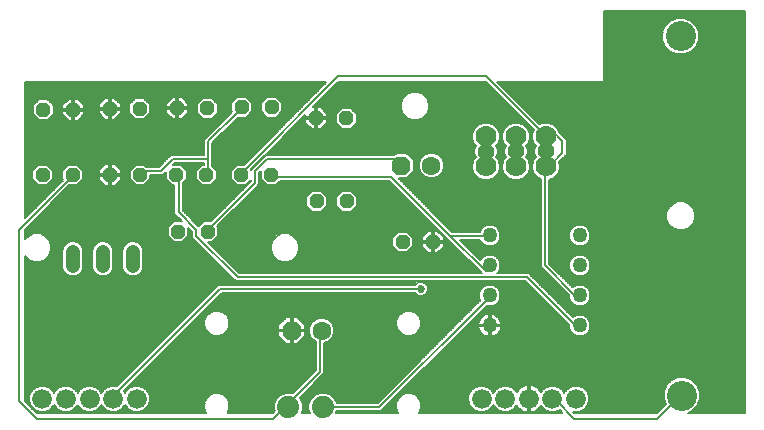
<source format=gbl>
G75*
%MOIN*%
%OFA0B0*%
%FSLAX25Y25*%
%IPPOS*%
%LPD*%
%AMOC8*
5,1,8,0,0,1.08239X$1,22.5*
%
%ADD10OC8,0.06300*%
%ADD11C,0.06300*%
%ADD12OC8,0.04800*%
%ADD13C,0.05000*%
%ADD14C,0.07400*%
%ADD15C,0.04800*%
%ADD16C,0.07000*%
%ADD17C,0.10050*%
%ADD18C,0.06600*%
%ADD19C,0.00600*%
%ADD20C,0.02700*%
%ADD21C,0.05600*%
D10*
X0106394Y0044917D03*
X0142988Y0099878D03*
D11*
X0152988Y0099878D03*
X0116394Y0044917D03*
D12*
X0143382Y0074425D03*
X0153382Y0074425D03*
X0124760Y0088028D03*
X0114760Y0088028D03*
X0099602Y0096768D03*
X0089602Y0096768D03*
X0077969Y0096768D03*
X0067969Y0096768D03*
X0055823Y0096768D03*
X0045823Y0096768D03*
X0033382Y0096768D03*
X0023382Y0096768D03*
X0023579Y0118500D03*
X0033579Y0118500D03*
X0045705Y0118835D03*
X0055705Y0118835D03*
X0068283Y0118972D03*
X0078283Y0118972D03*
X0089720Y0119406D03*
X0099720Y0119406D03*
X0114622Y0115665D03*
X0124622Y0115665D03*
X0078480Y0077870D03*
X0068480Y0077870D03*
D13*
X0172378Y0076610D03*
X0172378Y0066610D03*
X0172378Y0056610D03*
X0172378Y0046610D03*
X0202378Y0046610D03*
X0202378Y0056610D03*
X0202378Y0066610D03*
X0202378Y0076610D03*
D14*
X0116720Y0019465D03*
X0105320Y0019465D03*
D15*
X0053402Y0066435D02*
X0053402Y0071235D01*
X0043402Y0071235D02*
X0043402Y0066435D01*
X0033402Y0066435D02*
X0033402Y0071235D01*
D16*
X0171138Y0099652D03*
X0181138Y0099652D03*
X0191138Y0099652D03*
X0191138Y0109652D03*
X0181138Y0109652D03*
X0171138Y0109652D03*
D17*
X0236059Y0143047D03*
X0236453Y0023205D03*
D18*
X0201197Y0022181D03*
X0193323Y0022181D03*
X0185449Y0022181D03*
X0177575Y0022181D03*
X0169701Y0022181D03*
X0054760Y0022181D03*
X0046886Y0022181D03*
X0039012Y0022181D03*
X0031138Y0022181D03*
X0023264Y0022181D03*
D19*
X0021433Y0015469D02*
X0015528Y0021374D01*
X0015528Y0078461D01*
X0033244Y0096177D01*
X0033382Y0096768D01*
X0036869Y0096693D02*
X0045523Y0096693D01*
X0045523Y0096468D02*
X0042123Y0096468D01*
X0042123Y0095235D01*
X0044290Y0093068D01*
X0045523Y0093068D01*
X0045523Y0096468D01*
X0045523Y0097068D01*
X0045523Y0100468D01*
X0044290Y0100468D01*
X0042123Y0098300D01*
X0042123Y0097068D01*
X0045523Y0097068D01*
X0046123Y0097068D01*
X0046123Y0100468D01*
X0047355Y0100468D01*
X0049523Y0098300D01*
X0049523Y0097068D01*
X0046123Y0097068D01*
X0046123Y0096468D01*
X0049523Y0096468D01*
X0049523Y0095235D01*
X0047355Y0093068D01*
X0046123Y0093068D01*
X0046123Y0096468D01*
X0045523Y0096468D01*
X0045523Y0096095D02*
X0046123Y0096095D01*
X0046123Y0096693D02*
X0052335Y0096693D01*
X0052335Y0096095D02*
X0049523Y0096095D01*
X0049523Y0095496D02*
X0052335Y0095496D01*
X0052335Y0095323D02*
X0054378Y0093280D01*
X0057267Y0093280D01*
X0059310Y0095323D01*
X0059310Y0096758D01*
X0063346Y0096758D01*
X0064481Y0097893D01*
X0064481Y0095323D01*
X0066524Y0093280D01*
X0067290Y0093280D01*
X0067290Y0083791D01*
X0069724Y0081357D01*
X0067036Y0081357D01*
X0064993Y0079315D01*
X0064993Y0076426D01*
X0067036Y0074383D01*
X0069925Y0074383D01*
X0071968Y0076426D01*
X0071968Y0079114D01*
X0073195Y0077886D01*
X0073195Y0075917D01*
X0086975Y0062138D01*
X0087788Y0061325D01*
X0184244Y0061325D01*
X0198791Y0046779D01*
X0198791Y0045897D01*
X0199337Y0044578D01*
X0200346Y0043569D01*
X0201664Y0043023D01*
X0203092Y0043023D01*
X0204410Y0043569D01*
X0205419Y0044578D01*
X0205965Y0045897D01*
X0205965Y0047324D01*
X0205419Y0048642D01*
X0204410Y0049651D01*
X0203092Y0050198D01*
X0201664Y0050198D01*
X0200346Y0049651D01*
X0200094Y0049400D01*
X0185394Y0064100D01*
X0174941Y0064100D01*
X0175419Y0064578D01*
X0175965Y0065897D01*
X0175965Y0067324D01*
X0175419Y0068642D01*
X0174410Y0069651D01*
X0173092Y0070198D01*
X0171664Y0070198D01*
X0170346Y0069651D01*
X0169337Y0068642D01*
X0169250Y0068433D01*
X0162578Y0075105D01*
X0169119Y0075105D01*
X0169337Y0074578D01*
X0170346Y0073569D01*
X0171664Y0073023D01*
X0173092Y0073023D01*
X0174410Y0073569D01*
X0175419Y0074578D01*
X0175965Y0075897D01*
X0175965Y0077324D01*
X0175419Y0078642D01*
X0174410Y0079651D01*
X0173092Y0080198D01*
X0171664Y0080198D01*
X0170346Y0079651D01*
X0169337Y0078642D01*
X0169021Y0077880D01*
X0159803Y0077880D01*
X0142042Y0095641D01*
X0144743Y0095641D01*
X0147226Y0098123D01*
X0147226Y0101633D01*
X0144743Y0104115D01*
X0141233Y0104115D01*
X0140588Y0103470D01*
X0097630Y0103470D01*
X0096817Y0102657D01*
X0092880Y0098720D01*
X0092880Y0098422D01*
X0092725Y0098577D01*
X0110922Y0116775D01*
X0110922Y0115965D01*
X0114322Y0115965D01*
X0114322Y0115365D01*
X0114922Y0115365D01*
X0114922Y0111965D01*
X0116155Y0111965D01*
X0118322Y0114133D01*
X0118322Y0115365D01*
X0114922Y0115365D01*
X0114922Y0115965D01*
X0118322Y0115965D01*
X0118322Y0117198D01*
X0116155Y0119365D01*
X0114922Y0119365D01*
X0114922Y0115965D01*
X0114322Y0115965D01*
X0114322Y0119365D01*
X0113512Y0119365D01*
X0121820Y0127673D01*
X0171046Y0127673D01*
X0187020Y0111699D01*
X0186550Y0110564D01*
X0186550Y0108739D01*
X0187249Y0107053D01*
X0187752Y0106550D01*
X0187290Y0105435D01*
X0187290Y0103888D01*
X0187758Y0102759D01*
X0187249Y0102250D01*
X0186550Y0100564D01*
X0186550Y0098739D01*
X0187249Y0097053D01*
X0188539Y0095763D01*
X0189337Y0095432D01*
X0189337Y0066075D01*
X0190150Y0065262D01*
X0198791Y0056621D01*
X0198791Y0055897D01*
X0199337Y0054578D01*
X0200346Y0053569D01*
X0201664Y0053023D01*
X0203092Y0053023D01*
X0204410Y0053569D01*
X0205419Y0054578D01*
X0205965Y0055897D01*
X0205965Y0057324D01*
X0205419Y0058642D01*
X0204410Y0059651D01*
X0203092Y0060198D01*
X0201664Y0060198D01*
X0200346Y0059651D01*
X0200015Y0059321D01*
X0192112Y0067224D01*
X0192112Y0095090D01*
X0193736Y0095763D01*
X0195027Y0097053D01*
X0195725Y0098739D01*
X0195725Y0100564D01*
X0195543Y0101003D01*
X0197205Y0102664D01*
X0198017Y0103476D01*
X0198017Y0108563D01*
X0195519Y0111061D01*
X0195027Y0112250D01*
X0193736Y0113541D01*
X0192050Y0114239D01*
X0190225Y0114239D01*
X0188938Y0113706D01*
X0174970Y0127673D01*
X0210409Y0127673D01*
X0210409Y0151295D01*
X0257654Y0151295D01*
X0257654Y0017437D01*
X0238501Y0017437D01*
X0239915Y0018023D01*
X0241635Y0019742D01*
X0242565Y0021989D01*
X0242565Y0024421D01*
X0241635Y0026667D01*
X0239915Y0028387D01*
X0237669Y0029317D01*
X0235237Y0029317D01*
X0232990Y0028387D01*
X0231271Y0026667D01*
X0230340Y0024421D01*
X0230340Y0021989D01*
X0231027Y0020331D01*
X0228132Y0017437D01*
X0200560Y0017437D01*
X0200119Y0017879D01*
X0200324Y0017794D01*
X0202070Y0017794D01*
X0203682Y0018462D01*
X0204916Y0019696D01*
X0205584Y0021308D01*
X0205584Y0023054D01*
X0204916Y0024666D01*
X0203682Y0025901D01*
X0202070Y0026568D01*
X0200324Y0026568D01*
X0198712Y0025901D01*
X0197477Y0024666D01*
X0197260Y0024141D01*
X0197042Y0024666D01*
X0195808Y0025901D01*
X0194196Y0026568D01*
X0192450Y0026568D01*
X0190838Y0025901D01*
X0189603Y0024666D01*
X0189488Y0024387D01*
X0189383Y0024592D01*
X0188957Y0025178D01*
X0188446Y0025690D01*
X0187860Y0026115D01*
X0187215Y0026444D01*
X0186526Y0026668D01*
X0185811Y0026781D01*
X0185749Y0026781D01*
X0185749Y0022481D01*
X0185149Y0022481D01*
X0185149Y0026781D01*
X0185087Y0026781D01*
X0184372Y0026668D01*
X0183683Y0026444D01*
X0183038Y0026115D01*
X0182452Y0025690D01*
X0181940Y0025178D01*
X0181515Y0024592D01*
X0181410Y0024387D01*
X0181294Y0024666D01*
X0180060Y0025901D01*
X0178448Y0026568D01*
X0176702Y0026568D01*
X0175090Y0025901D01*
X0173855Y0024666D01*
X0173638Y0024141D01*
X0173420Y0024666D01*
X0172186Y0025901D01*
X0170573Y0026568D01*
X0168828Y0026568D01*
X0167216Y0025901D01*
X0165981Y0024666D01*
X0165313Y0023054D01*
X0165313Y0021308D01*
X0165981Y0019696D01*
X0167216Y0018462D01*
X0168828Y0017794D01*
X0170573Y0017794D01*
X0172186Y0018462D01*
X0173420Y0019696D01*
X0173638Y0020221D01*
X0173855Y0019696D01*
X0175090Y0018462D01*
X0176702Y0017794D01*
X0178448Y0017794D01*
X0180060Y0018462D01*
X0181294Y0019696D01*
X0181410Y0019975D01*
X0181515Y0019770D01*
X0181940Y0019184D01*
X0182452Y0018672D01*
X0183038Y0018247D01*
X0183683Y0017918D01*
X0184372Y0017694D01*
X0185087Y0017581D01*
X0185149Y0017581D01*
X0185149Y0021881D01*
X0185749Y0021881D01*
X0185749Y0017581D01*
X0185811Y0017581D01*
X0186526Y0017694D01*
X0187215Y0017918D01*
X0187860Y0018247D01*
X0188446Y0018672D01*
X0188957Y0019184D01*
X0189383Y0019770D01*
X0189488Y0019975D01*
X0189603Y0019696D01*
X0190838Y0018462D01*
X0192450Y0017794D01*
X0194196Y0017794D01*
X0195669Y0018404D01*
X0196636Y0017437D01*
X0148973Y0017437D01*
X0148977Y0017442D01*
X0149611Y0018971D01*
X0149611Y0020627D01*
X0148977Y0022157D01*
X0147807Y0023328D01*
X0146277Y0023961D01*
X0144621Y0023961D01*
X0143091Y0023328D01*
X0141920Y0022157D01*
X0141287Y0020627D01*
X0141287Y0018971D01*
X0141920Y0017442D01*
X0141925Y0017437D01*
X0121062Y0017437D01*
X0121302Y0018018D01*
X0136181Y0018018D01*
X0171326Y0053163D01*
X0171664Y0053023D01*
X0173092Y0053023D01*
X0174410Y0053569D01*
X0175419Y0054578D01*
X0175965Y0055897D01*
X0175965Y0057324D01*
X0175419Y0058642D01*
X0174410Y0059651D01*
X0173092Y0060198D01*
X0171664Y0060198D01*
X0170346Y0059651D01*
X0169337Y0058642D01*
X0168791Y0057324D01*
X0168791Y0055897D01*
X0169184Y0054946D01*
X0135032Y0020793D01*
X0121351Y0020793D01*
X0120778Y0022176D01*
X0119432Y0023523D01*
X0117672Y0024252D01*
X0115767Y0024252D01*
X0114008Y0023523D01*
X0112661Y0022176D01*
X0111932Y0020417D01*
X0111932Y0018512D01*
X0112378Y0017437D01*
X0109662Y0017437D01*
X0110107Y0018512D01*
X0110107Y0020417D01*
X0109378Y0022176D01*
X0109111Y0022444D01*
X0117309Y0030642D01*
X0117309Y0040710D01*
X0118794Y0041325D01*
X0119986Y0042517D01*
X0120631Y0044074D01*
X0120631Y0045760D01*
X0119986Y0047318D01*
X0118794Y0048510D01*
X0117237Y0049155D01*
X0115551Y0049155D01*
X0113993Y0048510D01*
X0112801Y0047318D01*
X0112156Y0045760D01*
X0112156Y0044074D01*
X0112801Y0042517D01*
X0113993Y0041325D01*
X0114534Y0041101D01*
X0114534Y0031791D01*
X0106783Y0024040D01*
X0106272Y0024252D01*
X0104367Y0024252D01*
X0102608Y0023523D01*
X0101261Y0022176D01*
X0100532Y0020417D01*
X0100532Y0018512D01*
X0100744Y0018001D01*
X0100180Y0017437D01*
X0084996Y0017437D01*
X0085001Y0017442D01*
X0085635Y0018971D01*
X0085635Y0020627D01*
X0085001Y0022157D01*
X0083830Y0023328D01*
X0082300Y0023961D01*
X0080645Y0023961D01*
X0079115Y0023328D01*
X0077944Y0022157D01*
X0077310Y0020627D01*
X0077310Y0018971D01*
X0077944Y0017442D01*
X0077948Y0017437D01*
X0021427Y0017437D01*
X0017496Y0021368D01*
X0017496Y0069771D01*
X0018741Y0068526D01*
X0020488Y0067802D01*
X0022378Y0067802D01*
X0024125Y0068526D01*
X0025462Y0069863D01*
X0026186Y0071610D01*
X0026186Y0073500D01*
X0025462Y0075247D01*
X0024125Y0076584D01*
X0022378Y0077308D01*
X0020488Y0077308D01*
X0018741Y0076584D01*
X0017496Y0075340D01*
X0017496Y0078467D01*
X0032309Y0093280D01*
X0034826Y0093280D01*
X0036869Y0095323D01*
X0036869Y0098212D01*
X0034826Y0100255D01*
X0031937Y0100255D01*
X0029894Y0098212D01*
X0029894Y0095323D01*
X0030161Y0095056D01*
X0017496Y0082391D01*
X0017496Y0127673D01*
X0117896Y0127673D01*
X0090478Y0100255D01*
X0088158Y0100255D01*
X0086115Y0098212D01*
X0086115Y0095323D01*
X0088158Y0093280D01*
X0091047Y0093280D01*
X0092880Y0095114D01*
X0092880Y0094783D01*
X0079454Y0081357D01*
X0077036Y0081357D01*
X0075342Y0079664D01*
X0075157Y0079848D01*
X0070065Y0084941D01*
X0070065Y0093932D01*
X0071456Y0095323D01*
X0071456Y0098212D01*
X0069413Y0100255D01*
X0066843Y0100255D01*
X0067283Y0100695D01*
X0077132Y0100695D01*
X0077132Y0100255D01*
X0076524Y0100255D01*
X0074481Y0098212D01*
X0074481Y0095323D01*
X0076524Y0093280D01*
X0079413Y0093280D01*
X0081456Y0095323D01*
X0081456Y0098212D01*
X0079907Y0099761D01*
X0079907Y0107413D01*
X0088412Y0115918D01*
X0091165Y0115918D01*
X0093208Y0117961D01*
X0093208Y0120850D01*
X0091165Y0122893D01*
X0088276Y0122893D01*
X0086233Y0120850D01*
X0086233Y0117961D01*
X0086382Y0117812D01*
X0077132Y0108563D01*
X0077132Y0103470D01*
X0066134Y0103470D01*
X0065321Y0102657D01*
X0062197Y0099533D01*
X0057989Y0099533D01*
X0057267Y0100255D01*
X0054378Y0100255D01*
X0052335Y0098212D01*
X0052335Y0095323D01*
X0052761Y0094898D02*
X0049185Y0094898D01*
X0048587Y0094299D02*
X0053360Y0094299D01*
X0053958Y0093701D02*
X0047988Y0093701D01*
X0047390Y0093102D02*
X0067290Y0093102D01*
X0067290Y0092503D02*
X0031532Y0092503D01*
X0030934Y0091905D02*
X0067290Y0091905D01*
X0067290Y0091306D02*
X0030335Y0091306D01*
X0029737Y0090708D02*
X0067290Y0090708D01*
X0067290Y0090109D02*
X0029138Y0090109D01*
X0028540Y0089511D02*
X0067290Y0089511D01*
X0067290Y0088912D02*
X0027941Y0088912D01*
X0027343Y0088314D02*
X0067290Y0088314D01*
X0067290Y0087715D02*
X0026744Y0087715D01*
X0026146Y0087117D02*
X0067290Y0087117D01*
X0067290Y0086518D02*
X0025547Y0086518D01*
X0024949Y0085920D02*
X0067290Y0085920D01*
X0067290Y0085321D02*
X0024350Y0085321D01*
X0023752Y0084723D02*
X0067290Y0084723D01*
X0067290Y0084124D02*
X0023153Y0084124D01*
X0022555Y0083526D02*
X0067555Y0083526D01*
X0068154Y0082927D02*
X0021956Y0082927D01*
X0021358Y0082329D02*
X0068752Y0082329D01*
X0069351Y0081730D02*
X0020759Y0081730D01*
X0020161Y0081132D02*
X0066810Y0081132D01*
X0066212Y0080533D02*
X0019562Y0080533D01*
X0018964Y0079935D02*
X0065613Y0079935D01*
X0065015Y0079336D02*
X0018365Y0079336D01*
X0017767Y0078738D02*
X0064993Y0078738D01*
X0064993Y0078139D02*
X0017496Y0078139D01*
X0017496Y0077541D02*
X0064993Y0077541D01*
X0064993Y0076942D02*
X0023261Y0076942D01*
X0024366Y0076344D02*
X0065075Y0076344D01*
X0065673Y0075745D02*
X0024964Y0075745D01*
X0025504Y0075147D02*
X0066272Y0075147D01*
X0066870Y0074548D02*
X0054515Y0074548D01*
X0054095Y0074722D02*
X0052708Y0074722D01*
X0051426Y0074191D01*
X0050445Y0073210D01*
X0049914Y0071928D01*
X0049914Y0065741D01*
X0050445Y0064459D01*
X0051426Y0063478D01*
X0052708Y0062947D01*
X0054095Y0062947D01*
X0055377Y0063478D01*
X0056358Y0064459D01*
X0056889Y0065741D01*
X0056889Y0071928D01*
X0056358Y0073210D01*
X0055377Y0074191D01*
X0054095Y0074722D01*
X0055618Y0073950D02*
X0075163Y0073950D01*
X0074565Y0074548D02*
X0070090Y0074548D01*
X0070689Y0075147D02*
X0073966Y0075147D01*
X0073368Y0075745D02*
X0071287Y0075745D01*
X0071886Y0076344D02*
X0073195Y0076344D01*
X0073195Y0076942D02*
X0071968Y0076942D01*
X0071968Y0077541D02*
X0073195Y0077541D01*
X0072942Y0078139D02*
X0071968Y0078139D01*
X0071968Y0078738D02*
X0072343Y0078738D01*
X0074583Y0078461D02*
X0074583Y0076492D01*
X0088362Y0062713D01*
X0184819Y0062713D01*
X0200567Y0046965D01*
X0202378Y0046610D01*
X0205686Y0045221D02*
X0257654Y0045221D01*
X0257654Y0044623D02*
X0205438Y0044623D01*
X0204865Y0044024D02*
X0257654Y0044024D01*
X0257654Y0043426D02*
X0204064Y0043426D01*
X0205933Y0045820D02*
X0257654Y0045820D01*
X0257654Y0046418D02*
X0205965Y0046418D01*
X0205965Y0047017D02*
X0257654Y0047017D01*
X0257654Y0047615D02*
X0205845Y0047615D01*
X0205597Y0048214D02*
X0257654Y0048214D01*
X0257654Y0048812D02*
X0205249Y0048812D01*
X0204651Y0049411D02*
X0257654Y0049411D01*
X0257654Y0050009D02*
X0203546Y0050009D01*
X0201209Y0050009D02*
X0199484Y0050009D01*
X0198886Y0050608D02*
X0257654Y0050608D01*
X0257654Y0051206D02*
X0198287Y0051206D01*
X0197689Y0051805D02*
X0257654Y0051805D01*
X0257654Y0052403D02*
X0197090Y0052403D01*
X0196492Y0053002D02*
X0257654Y0053002D01*
X0257654Y0053600D02*
X0204441Y0053600D01*
X0205040Y0054199D02*
X0257654Y0054199D01*
X0257654Y0054797D02*
X0205510Y0054797D01*
X0205758Y0055396D02*
X0257654Y0055396D01*
X0257654Y0055994D02*
X0205965Y0055994D01*
X0205965Y0056593D02*
X0257654Y0056593D01*
X0257654Y0057191D02*
X0205965Y0057191D01*
X0205772Y0057790D02*
X0257654Y0057790D01*
X0257654Y0058388D02*
X0205524Y0058388D01*
X0205075Y0058987D02*
X0257654Y0058987D01*
X0257654Y0059585D02*
X0204476Y0059585D01*
X0203125Y0060184D02*
X0257654Y0060184D01*
X0257654Y0060782D02*
X0198554Y0060782D01*
X0199152Y0060184D02*
X0201631Y0060184D01*
X0200280Y0059585D02*
X0199751Y0059585D01*
X0197955Y0061381D02*
X0257654Y0061381D01*
X0257654Y0061979D02*
X0197357Y0061979D01*
X0196758Y0062578D02*
X0257654Y0062578D01*
X0257654Y0063176D02*
X0203462Y0063176D01*
X0203092Y0063023D02*
X0204410Y0063569D01*
X0205419Y0064578D01*
X0205965Y0065897D01*
X0205965Y0067324D01*
X0205419Y0068642D01*
X0204410Y0069651D01*
X0203092Y0070198D01*
X0201664Y0070198D01*
X0200346Y0069651D01*
X0199337Y0068642D01*
X0198791Y0067324D01*
X0198791Y0065897D01*
X0199337Y0064578D01*
X0200346Y0063569D01*
X0201664Y0063023D01*
X0203092Y0063023D01*
X0204616Y0063775D02*
X0257654Y0063775D01*
X0257654Y0064373D02*
X0205215Y0064373D01*
X0205582Y0064972D02*
X0257654Y0064972D01*
X0257654Y0065570D02*
X0205830Y0065570D01*
X0205965Y0066169D02*
X0257654Y0066169D01*
X0257654Y0066768D02*
X0205965Y0066768D01*
X0205948Y0067366D02*
X0257654Y0067366D01*
X0257654Y0067965D02*
X0205700Y0067965D01*
X0205452Y0068563D02*
X0257654Y0068563D01*
X0257654Y0069162D02*
X0204900Y0069162D01*
X0204148Y0069760D02*
X0257654Y0069760D01*
X0257654Y0070359D02*
X0192112Y0070359D01*
X0192112Y0070957D02*
X0257654Y0070957D01*
X0257654Y0071556D02*
X0192112Y0071556D01*
X0192112Y0072154D02*
X0257654Y0072154D01*
X0257654Y0072753D02*
X0192112Y0072753D01*
X0192112Y0073351D02*
X0200872Y0073351D01*
X0200346Y0073569D02*
X0201664Y0073023D01*
X0203092Y0073023D01*
X0204410Y0073569D01*
X0205419Y0074578D01*
X0205965Y0075897D01*
X0205965Y0077324D01*
X0205419Y0078642D01*
X0204410Y0079651D01*
X0203092Y0080198D01*
X0201664Y0080198D01*
X0200346Y0079651D01*
X0199337Y0078642D01*
X0198791Y0077324D01*
X0198791Y0075897D01*
X0199337Y0074578D01*
X0200346Y0073569D01*
X0199965Y0073950D02*
X0192112Y0073950D01*
X0192112Y0074548D02*
X0199367Y0074548D01*
X0199101Y0075147D02*
X0192112Y0075147D01*
X0192112Y0075745D02*
X0198853Y0075745D01*
X0198791Y0076344D02*
X0192112Y0076344D01*
X0192112Y0076942D02*
X0198791Y0076942D01*
X0198880Y0077541D02*
X0192112Y0077541D01*
X0192112Y0078139D02*
X0199128Y0078139D01*
X0199432Y0078738D02*
X0192112Y0078738D01*
X0192112Y0079336D02*
X0200031Y0079336D01*
X0201030Y0079935D02*
X0192112Y0079935D01*
X0192112Y0080533D02*
X0231937Y0080533D01*
X0231990Y0080407D02*
X0233340Y0079057D01*
X0235104Y0078326D01*
X0237014Y0078326D01*
X0238778Y0079057D01*
X0240128Y0080407D01*
X0240859Y0082171D01*
X0240859Y0084081D01*
X0240128Y0085845D01*
X0238778Y0087195D01*
X0237014Y0087926D01*
X0235104Y0087926D01*
X0233340Y0087195D01*
X0231990Y0085845D01*
X0231259Y0084081D01*
X0231259Y0082171D01*
X0231990Y0080407D01*
X0232462Y0079935D02*
X0203726Y0079935D01*
X0204725Y0079336D02*
X0233061Y0079336D01*
X0234110Y0078738D02*
X0205324Y0078738D01*
X0205628Y0078139D02*
X0257654Y0078139D01*
X0257654Y0077541D02*
X0205876Y0077541D01*
X0205965Y0076942D02*
X0257654Y0076942D01*
X0257654Y0076344D02*
X0205965Y0076344D01*
X0205903Y0075745D02*
X0257654Y0075745D01*
X0257654Y0075147D02*
X0205655Y0075147D01*
X0205389Y0074548D02*
X0257654Y0074548D01*
X0257654Y0073950D02*
X0204791Y0073950D01*
X0203884Y0073351D02*
X0257654Y0073351D01*
X0257654Y0078738D02*
X0238008Y0078738D01*
X0239058Y0079336D02*
X0257654Y0079336D01*
X0257654Y0079935D02*
X0239656Y0079935D01*
X0240181Y0080533D02*
X0257654Y0080533D01*
X0257654Y0081132D02*
X0240428Y0081132D01*
X0240676Y0081730D02*
X0257654Y0081730D01*
X0257654Y0082329D02*
X0240859Y0082329D01*
X0240859Y0082927D02*
X0257654Y0082927D01*
X0257654Y0083526D02*
X0240859Y0083526D01*
X0240841Y0084124D02*
X0257654Y0084124D01*
X0257654Y0084723D02*
X0240593Y0084723D01*
X0240345Y0085321D02*
X0257654Y0085321D01*
X0257654Y0085920D02*
X0240053Y0085920D01*
X0239455Y0086518D02*
X0257654Y0086518D01*
X0257654Y0087117D02*
X0238856Y0087117D01*
X0237522Y0087715D02*
X0257654Y0087715D01*
X0257654Y0088314D02*
X0192112Y0088314D01*
X0192112Y0088912D02*
X0257654Y0088912D01*
X0257654Y0089511D02*
X0192112Y0089511D01*
X0192112Y0090109D02*
X0257654Y0090109D01*
X0257654Y0090708D02*
X0192112Y0090708D01*
X0192112Y0091306D02*
X0257654Y0091306D01*
X0257654Y0091905D02*
X0192112Y0091905D01*
X0192112Y0092503D02*
X0257654Y0092503D01*
X0257654Y0093102D02*
X0192112Y0093102D01*
X0192112Y0093701D02*
X0257654Y0093701D01*
X0257654Y0094299D02*
X0192112Y0094299D01*
X0192112Y0094898D02*
X0257654Y0094898D01*
X0257654Y0095496D02*
X0193093Y0095496D01*
X0194068Y0096095D02*
X0257654Y0096095D01*
X0257654Y0096693D02*
X0194667Y0096693D01*
X0195126Y0097292D02*
X0257654Y0097292D01*
X0257654Y0097890D02*
X0195374Y0097890D01*
X0195621Y0098489D02*
X0257654Y0098489D01*
X0257654Y0099087D02*
X0195725Y0099087D01*
X0195725Y0099686D02*
X0257654Y0099686D01*
X0257654Y0100284D02*
X0195725Y0100284D01*
X0195593Y0100883D02*
X0257654Y0100883D01*
X0257654Y0101481D02*
X0196022Y0101481D01*
X0196620Y0102080D02*
X0257654Y0102080D01*
X0257654Y0102678D02*
X0197219Y0102678D01*
X0197818Y0103277D02*
X0257654Y0103277D01*
X0257654Y0103875D02*
X0198017Y0103875D01*
X0198017Y0104474D02*
X0257654Y0104474D01*
X0257654Y0105072D02*
X0198017Y0105072D01*
X0198017Y0105671D02*
X0257654Y0105671D01*
X0257654Y0106269D02*
X0198017Y0106269D01*
X0198017Y0106868D02*
X0257654Y0106868D01*
X0257654Y0107466D02*
X0198017Y0107466D01*
X0198017Y0108065D02*
X0257654Y0108065D01*
X0257654Y0108663D02*
X0197917Y0108663D01*
X0197318Y0109262D02*
X0257654Y0109262D01*
X0257654Y0109860D02*
X0196720Y0109860D01*
X0196121Y0110459D02*
X0257654Y0110459D01*
X0257654Y0111057D02*
X0195523Y0111057D01*
X0195273Y0111656D02*
X0257654Y0111656D01*
X0257654Y0112254D02*
X0195023Y0112254D01*
X0194424Y0112853D02*
X0257654Y0112853D01*
X0257654Y0113451D02*
X0193826Y0113451D01*
X0192507Y0114050D02*
X0257654Y0114050D01*
X0257654Y0114648D02*
X0187995Y0114648D01*
X0188593Y0114050D02*
X0189769Y0114050D01*
X0188756Y0111925D02*
X0191138Y0109652D01*
X0190724Y0109957D01*
X0188756Y0111925D01*
X0192693Y0111925D01*
X0196630Y0107988D01*
X0196630Y0104051D01*
X0192693Y0100114D01*
X0191138Y0099652D01*
X0190724Y0098146D01*
X0190724Y0066650D01*
X0200567Y0056807D01*
X0202378Y0056610D01*
X0198791Y0056593D02*
X0192901Y0056593D01*
X0193499Y0055994D02*
X0198791Y0055994D01*
X0198998Y0055396D02*
X0194098Y0055396D01*
X0194696Y0054797D02*
X0199246Y0054797D01*
X0199716Y0054199D02*
X0195295Y0054199D01*
X0195893Y0053600D02*
X0200315Y0053600D01*
X0198221Y0057191D02*
X0192302Y0057191D01*
X0191704Y0057790D02*
X0197622Y0057790D01*
X0197024Y0058388D02*
X0191105Y0058388D01*
X0190507Y0058987D02*
X0196425Y0058987D01*
X0195827Y0059585D02*
X0189908Y0059585D01*
X0189310Y0060184D02*
X0195228Y0060184D01*
X0194630Y0060782D02*
X0188711Y0060782D01*
X0188113Y0061381D02*
X0194031Y0061381D01*
X0193433Y0061979D02*
X0187514Y0061979D01*
X0186916Y0062578D02*
X0192834Y0062578D01*
X0192235Y0063176D02*
X0186317Y0063176D01*
X0185719Y0063775D02*
X0191637Y0063775D01*
X0191038Y0064373D02*
X0175215Y0064373D01*
X0175582Y0064972D02*
X0190440Y0064972D01*
X0189841Y0065570D02*
X0175830Y0065570D01*
X0175965Y0066169D02*
X0189337Y0066169D01*
X0189337Y0066768D02*
X0175965Y0066768D01*
X0175948Y0067366D02*
X0189337Y0067366D01*
X0189337Y0067965D02*
X0175700Y0067965D01*
X0175452Y0068563D02*
X0189337Y0068563D01*
X0189337Y0069162D02*
X0174900Y0069162D01*
X0174148Y0069760D02*
X0189337Y0069760D01*
X0189337Y0070359D02*
X0167324Y0070359D01*
X0166725Y0070957D02*
X0189337Y0070957D01*
X0189337Y0071556D02*
X0166127Y0071556D01*
X0165528Y0072154D02*
X0189337Y0072154D01*
X0189337Y0072753D02*
X0164930Y0072753D01*
X0164331Y0073351D02*
X0170872Y0073351D01*
X0169965Y0073950D02*
X0163733Y0073950D01*
X0163134Y0074548D02*
X0169367Y0074548D01*
X0171039Y0076492D02*
X0172378Y0076610D01*
X0171039Y0076492D02*
X0159228Y0076492D01*
X0139543Y0096177D01*
X0100173Y0096177D01*
X0099602Y0096768D01*
X0102556Y0094790D02*
X0138969Y0094790D01*
X0157841Y0075917D01*
X0158654Y0075105D01*
X0169658Y0064100D01*
X0088937Y0064100D01*
X0078654Y0074383D01*
X0079925Y0074383D01*
X0081968Y0076426D01*
X0081968Y0079315D01*
X0081652Y0079631D01*
X0094842Y0092821D01*
X0095655Y0093634D01*
X0095655Y0097571D01*
X0096115Y0098031D01*
X0096115Y0095323D01*
X0098158Y0093280D01*
X0101047Y0093280D01*
X0102556Y0094790D01*
X0102066Y0094299D02*
X0139459Y0094299D01*
X0140058Y0093701D02*
X0101467Y0093701D01*
X0097738Y0093701D02*
X0095655Y0093701D01*
X0095655Y0094299D02*
X0097139Y0094299D01*
X0096541Y0094898D02*
X0095655Y0094898D01*
X0095655Y0095496D02*
X0096115Y0095496D01*
X0096115Y0096095D02*
X0095655Y0096095D01*
X0095655Y0096693D02*
X0096115Y0096693D01*
X0096115Y0097292D02*
X0095655Y0097292D01*
X0095974Y0097890D02*
X0096115Y0097890D01*
X0094268Y0098146D02*
X0098205Y0102083D01*
X0141512Y0102083D01*
X0143480Y0100114D01*
X0142988Y0099878D01*
X0145796Y0096693D02*
X0150180Y0096693D01*
X0150588Y0096286D02*
X0152145Y0095641D01*
X0153831Y0095641D01*
X0155388Y0096286D01*
X0156580Y0097478D01*
X0157226Y0099035D01*
X0157226Y0100721D01*
X0156580Y0102278D01*
X0155388Y0103470D01*
X0153831Y0104115D01*
X0152145Y0104115D01*
X0150588Y0103470D01*
X0149396Y0102278D01*
X0148751Y0100721D01*
X0148751Y0099035D01*
X0149396Y0097478D01*
X0150588Y0096286D01*
X0151049Y0096095D02*
X0145197Y0096095D01*
X0146394Y0097292D02*
X0149582Y0097292D01*
X0149225Y0097890D02*
X0146993Y0097890D01*
X0147226Y0098489D02*
X0148977Y0098489D01*
X0148751Y0099087D02*
X0147226Y0099087D01*
X0147226Y0099686D02*
X0148751Y0099686D01*
X0148751Y0100284D02*
X0147226Y0100284D01*
X0147226Y0100883D02*
X0148818Y0100883D01*
X0149066Y0101481D02*
X0147226Y0101481D01*
X0146779Y0102080D02*
X0149314Y0102080D01*
X0149796Y0102678D02*
X0146181Y0102678D01*
X0145582Y0103277D02*
X0150394Y0103277D01*
X0151566Y0103875D02*
X0144984Y0103875D01*
X0140993Y0103875D02*
X0098022Y0103875D01*
X0097437Y0103277D02*
X0097424Y0103277D01*
X0096838Y0102678D02*
X0096825Y0102678D01*
X0096240Y0102080D02*
X0096227Y0102080D01*
X0095641Y0101481D02*
X0095628Y0101481D01*
X0095043Y0100883D02*
X0095030Y0100883D01*
X0094444Y0100284D02*
X0094431Y0100284D01*
X0093846Y0099686D02*
X0093833Y0099686D01*
X0093247Y0099087D02*
X0093234Y0099087D01*
X0092880Y0098489D02*
X0092813Y0098489D01*
X0094268Y0098146D02*
X0094268Y0094209D01*
X0078520Y0078461D01*
X0078480Y0077870D01*
X0081968Y0078139D02*
X0155619Y0078139D01*
X0155499Y0077541D02*
X0156218Y0077541D01*
X0156097Y0076942D02*
X0156816Y0076942D01*
X0156696Y0076344D02*
X0157415Y0076344D01*
X0157082Y0075958D02*
X0157082Y0074725D01*
X0153682Y0074725D01*
X0153682Y0074125D01*
X0153682Y0070725D01*
X0154914Y0070725D01*
X0157082Y0072893D01*
X0157082Y0074125D01*
X0153682Y0074125D01*
X0153082Y0074125D01*
X0153082Y0070725D01*
X0151849Y0070725D01*
X0149682Y0072893D01*
X0149682Y0074125D01*
X0153082Y0074125D01*
X0153082Y0074725D01*
X0149682Y0074725D01*
X0149682Y0075958D01*
X0151849Y0078125D01*
X0153082Y0078125D01*
X0153082Y0074725D01*
X0153682Y0074725D01*
X0153682Y0078125D01*
X0154914Y0078125D01*
X0157082Y0075958D01*
X0157082Y0075745D02*
X0158013Y0075745D01*
X0158612Y0075147D02*
X0157082Y0075147D01*
X0157082Y0073950D02*
X0159809Y0073950D01*
X0159210Y0074548D02*
X0153682Y0074548D01*
X0153682Y0073950D02*
X0153082Y0073950D01*
X0153082Y0074548D02*
X0146869Y0074548D01*
X0146869Y0073950D02*
X0149682Y0073950D01*
X0149682Y0073351D02*
X0146869Y0073351D01*
X0146869Y0072981D02*
X0144826Y0070938D01*
X0141937Y0070938D01*
X0139894Y0072981D01*
X0139894Y0075870D01*
X0141937Y0077913D01*
X0144826Y0077913D01*
X0146869Y0075870D01*
X0146869Y0072981D01*
X0146641Y0072753D02*
X0149822Y0072753D01*
X0150420Y0072154D02*
X0146043Y0072154D01*
X0145444Y0071556D02*
X0151019Y0071556D01*
X0151617Y0070957D02*
X0144846Y0070957D01*
X0141918Y0070957D02*
X0108593Y0070957D01*
X0108841Y0071556D02*
X0141320Y0071556D01*
X0140721Y0072154D02*
X0108863Y0072154D01*
X0108863Y0071610D02*
X0108139Y0069863D01*
X0106802Y0068526D01*
X0105056Y0067802D01*
X0103165Y0067802D01*
X0101418Y0068526D01*
X0100081Y0069863D01*
X0099357Y0071610D01*
X0099357Y0073500D01*
X0100081Y0075247D01*
X0101418Y0076584D01*
X0103165Y0077308D01*
X0105056Y0077308D01*
X0106802Y0076584D01*
X0108139Y0075247D01*
X0108863Y0073500D01*
X0108863Y0071610D01*
X0108863Y0072753D02*
X0140123Y0072753D01*
X0139894Y0073351D02*
X0108863Y0073351D01*
X0108677Y0073950D02*
X0139894Y0073950D01*
X0139894Y0074548D02*
X0108429Y0074548D01*
X0108181Y0075147D02*
X0139894Y0075147D01*
X0139894Y0075745D02*
X0107642Y0075745D01*
X0107043Y0076344D02*
X0140368Y0076344D01*
X0140967Y0076942D02*
X0105938Y0076942D01*
X0102282Y0076942D02*
X0081968Y0076942D01*
X0081968Y0077541D02*
X0141565Y0077541D01*
X0145198Y0077541D02*
X0151265Y0077541D01*
X0150666Y0076942D02*
X0145797Y0076942D01*
X0146395Y0076344D02*
X0150068Y0076344D01*
X0149682Y0075745D02*
X0146869Y0075745D01*
X0146869Y0075147D02*
X0149682Y0075147D01*
X0153082Y0075147D02*
X0153682Y0075147D01*
X0153682Y0075745D02*
X0153082Y0075745D01*
X0153082Y0076344D02*
X0153682Y0076344D01*
X0153682Y0076942D02*
X0153082Y0076942D01*
X0153082Y0077541D02*
X0153682Y0077541D01*
X0155021Y0078738D02*
X0081968Y0078738D01*
X0081946Y0079336D02*
X0154422Y0079336D01*
X0153824Y0079935D02*
X0081956Y0079935D01*
X0082554Y0080533D02*
X0153225Y0080533D01*
X0152627Y0081132D02*
X0083153Y0081132D01*
X0083751Y0081730D02*
X0152028Y0081730D01*
X0151430Y0082329D02*
X0084350Y0082329D01*
X0084948Y0082927D02*
X0150831Y0082927D01*
X0150233Y0083526D02*
X0085547Y0083526D01*
X0086145Y0084124D02*
X0149634Y0084124D01*
X0149036Y0084723D02*
X0126387Y0084723D01*
X0126204Y0084540D02*
X0128247Y0086583D01*
X0128247Y0089472D01*
X0126204Y0091515D01*
X0123315Y0091515D01*
X0121272Y0089472D01*
X0121272Y0086583D01*
X0123315Y0084540D01*
X0126204Y0084540D01*
X0126986Y0085321D02*
X0148437Y0085321D01*
X0147839Y0085920D02*
X0127584Y0085920D01*
X0128183Y0086518D02*
X0147240Y0086518D01*
X0146641Y0087117D02*
X0128247Y0087117D01*
X0128247Y0087715D02*
X0146043Y0087715D01*
X0145444Y0088314D02*
X0128247Y0088314D01*
X0128247Y0088912D02*
X0144846Y0088912D01*
X0144247Y0089511D02*
X0128208Y0089511D01*
X0127610Y0090109D02*
X0143649Y0090109D01*
X0143050Y0090708D02*
X0127011Y0090708D01*
X0126413Y0091306D02*
X0142452Y0091306D01*
X0141853Y0091905D02*
X0093926Y0091905D01*
X0093328Y0091306D02*
X0113107Y0091306D01*
X0113315Y0091515D02*
X0111272Y0089472D01*
X0111272Y0086583D01*
X0113315Y0084540D01*
X0116204Y0084540D01*
X0118247Y0086583D01*
X0118247Y0089472D01*
X0116204Y0091515D01*
X0113315Y0091515D01*
X0112508Y0090708D02*
X0092729Y0090708D01*
X0092131Y0090109D02*
X0111910Y0090109D01*
X0111311Y0089511D02*
X0091532Y0089511D01*
X0090934Y0088912D02*
X0111272Y0088912D01*
X0111272Y0088314D02*
X0090335Y0088314D01*
X0089737Y0087715D02*
X0111272Y0087715D01*
X0111272Y0087117D02*
X0089138Y0087117D01*
X0088540Y0086518D02*
X0111337Y0086518D01*
X0111936Y0085920D02*
X0087941Y0085920D01*
X0087342Y0085321D02*
X0112534Y0085321D01*
X0113133Y0084723D02*
X0086744Y0084723D01*
X0084615Y0086518D02*
X0070065Y0086518D01*
X0070065Y0085920D02*
X0084017Y0085920D01*
X0083418Y0085321D02*
X0070065Y0085321D01*
X0070283Y0084723D02*
X0082820Y0084723D01*
X0082221Y0084124D02*
X0070881Y0084124D01*
X0071480Y0083526D02*
X0081623Y0083526D01*
X0081024Y0082927D02*
X0072078Y0082927D01*
X0072677Y0082329D02*
X0080426Y0082329D01*
X0079827Y0081730D02*
X0073275Y0081730D01*
X0073874Y0081132D02*
X0076810Y0081132D01*
X0076212Y0080533D02*
X0074472Y0080533D01*
X0075071Y0079935D02*
X0075613Y0079935D01*
X0074583Y0078461D02*
X0068677Y0084366D01*
X0068677Y0096177D01*
X0067969Y0096768D01*
X0071456Y0096693D02*
X0074481Y0096693D01*
X0074481Y0096095D02*
X0071456Y0096095D01*
X0071456Y0095496D02*
X0074481Y0095496D01*
X0074907Y0094898D02*
X0071030Y0094898D01*
X0070432Y0094299D02*
X0075505Y0094299D01*
X0076104Y0093701D02*
X0070065Y0093701D01*
X0070065Y0093102D02*
X0091199Y0093102D01*
X0091467Y0093701D02*
X0091797Y0093701D01*
X0092066Y0094299D02*
X0092396Y0094299D01*
X0092664Y0094898D02*
X0092880Y0094898D01*
X0095123Y0093102D02*
X0140656Y0093102D01*
X0141255Y0092503D02*
X0094525Y0092503D01*
X0090600Y0092503D02*
X0070065Y0092503D01*
X0070065Y0091905D02*
X0090002Y0091905D01*
X0089403Y0091306D02*
X0070065Y0091306D01*
X0070065Y0090708D02*
X0088805Y0090708D01*
X0088206Y0090109D02*
X0070065Y0090109D01*
X0070065Y0089511D02*
X0087608Y0089511D01*
X0087009Y0088912D02*
X0070065Y0088912D01*
X0070065Y0088314D02*
X0086411Y0088314D01*
X0085812Y0087715D02*
X0070065Y0087715D01*
X0070065Y0087117D02*
X0085214Y0087117D01*
X0087738Y0093701D02*
X0079833Y0093701D01*
X0080432Y0094299D02*
X0087139Y0094299D01*
X0086541Y0094898D02*
X0081030Y0094898D01*
X0081456Y0095496D02*
X0086115Y0095496D01*
X0086115Y0096095D02*
X0081456Y0096095D01*
X0081456Y0096693D02*
X0086115Y0096693D01*
X0086115Y0097292D02*
X0081456Y0097292D01*
X0081456Y0097890D02*
X0086115Y0097890D01*
X0086391Y0098489D02*
X0081180Y0098489D01*
X0080581Y0099087D02*
X0086990Y0099087D01*
X0087588Y0099686D02*
X0079982Y0099686D01*
X0079907Y0100284D02*
X0090507Y0100284D01*
X0091106Y0100883D02*
X0079907Y0100883D01*
X0079907Y0101481D02*
X0091704Y0101481D01*
X0092303Y0102080D02*
X0079907Y0102080D01*
X0079907Y0102678D02*
X0092901Y0102678D01*
X0093500Y0103277D02*
X0079907Y0103277D01*
X0079907Y0103875D02*
X0094098Y0103875D01*
X0094697Y0104474D02*
X0079907Y0104474D01*
X0079907Y0105072D02*
X0095295Y0105072D01*
X0095894Y0105671D02*
X0079907Y0105671D01*
X0079907Y0106269D02*
X0096492Y0106269D01*
X0097091Y0106868D02*
X0079907Y0106868D01*
X0079960Y0107466D02*
X0097689Y0107466D01*
X0098288Y0108065D02*
X0080558Y0108065D01*
X0081157Y0108663D02*
X0098886Y0108663D01*
X0099485Y0109262D02*
X0081755Y0109262D01*
X0082354Y0109860D02*
X0100083Y0109860D01*
X0100682Y0110459D02*
X0082952Y0110459D01*
X0083551Y0111057D02*
X0101280Y0111057D01*
X0101879Y0111656D02*
X0084149Y0111656D01*
X0084748Y0112254D02*
X0102477Y0112254D01*
X0103076Y0112853D02*
X0085346Y0112853D01*
X0085945Y0113451D02*
X0103674Y0113451D01*
X0104273Y0114050D02*
X0086543Y0114050D01*
X0087142Y0114648D02*
X0104871Y0114648D01*
X0105470Y0115247D02*
X0087740Y0115247D01*
X0088339Y0115845D02*
X0106068Y0115845D01*
X0106667Y0116444D02*
X0101691Y0116444D01*
X0101165Y0115918D02*
X0103208Y0117961D01*
X0103208Y0120850D01*
X0101165Y0122893D01*
X0098276Y0122893D01*
X0096233Y0120850D01*
X0096233Y0117961D01*
X0098276Y0115918D01*
X0101165Y0115918D01*
X0102289Y0117042D02*
X0107265Y0117042D01*
X0107864Y0117641D02*
X0102888Y0117641D01*
X0103208Y0118239D02*
X0108462Y0118239D01*
X0109061Y0118838D02*
X0103208Y0118838D01*
X0103208Y0119437D02*
X0109659Y0119437D01*
X0110258Y0120035D02*
X0103208Y0120035D01*
X0103208Y0120634D02*
X0110856Y0120634D01*
X0111455Y0121232D02*
X0102826Y0121232D01*
X0102227Y0121831D02*
X0112054Y0121831D01*
X0112652Y0122429D02*
X0101629Y0122429D01*
X0097812Y0122429D02*
X0091629Y0122429D01*
X0092227Y0121831D02*
X0097214Y0121831D01*
X0096615Y0121232D02*
X0092826Y0121232D01*
X0093208Y0120634D02*
X0096233Y0120634D01*
X0096233Y0120035D02*
X0093208Y0120035D01*
X0093208Y0119437D02*
X0096233Y0119437D01*
X0096233Y0118838D02*
X0093208Y0118838D01*
X0093208Y0118239D02*
X0096233Y0118239D01*
X0096553Y0117641D02*
X0092888Y0117641D01*
X0092289Y0117042D02*
X0097152Y0117042D01*
X0097750Y0116444D02*
X0091691Y0116444D01*
X0089720Y0119406D02*
X0088362Y0117831D01*
X0078520Y0107988D01*
X0078520Y0102083D01*
X0066709Y0102083D01*
X0062772Y0098146D01*
X0056866Y0098146D01*
X0055823Y0096768D01*
X0059310Y0096693D02*
X0064481Y0096693D01*
X0064481Y0096095D02*
X0059310Y0096095D01*
X0059310Y0095496D02*
X0064481Y0095496D01*
X0064907Y0094898D02*
X0058885Y0094898D01*
X0058286Y0094299D02*
X0065505Y0094299D01*
X0066104Y0093701D02*
X0057688Y0093701D01*
X0052335Y0097292D02*
X0049523Y0097292D01*
X0049523Y0097890D02*
X0052335Y0097890D01*
X0052612Y0098489D02*
X0049335Y0098489D01*
X0048736Y0099087D02*
X0053210Y0099087D01*
X0053809Y0099686D02*
X0048137Y0099686D01*
X0047539Y0100284D02*
X0062948Y0100284D01*
X0062350Y0099686D02*
X0057837Y0099686D01*
X0063547Y0100883D02*
X0017496Y0100883D01*
X0017496Y0101481D02*
X0064145Y0101481D01*
X0064744Y0102080D02*
X0017496Y0102080D01*
X0017496Y0102678D02*
X0065342Y0102678D01*
X0065941Y0103277D02*
X0017496Y0103277D01*
X0017496Y0103875D02*
X0077132Y0103875D01*
X0077132Y0104474D02*
X0017496Y0104474D01*
X0017496Y0105072D02*
X0077132Y0105072D01*
X0077132Y0105671D02*
X0017496Y0105671D01*
X0017496Y0106269D02*
X0077132Y0106269D01*
X0077132Y0106868D02*
X0017496Y0106868D01*
X0017496Y0107466D02*
X0077132Y0107466D01*
X0077132Y0108065D02*
X0017496Y0108065D01*
X0017496Y0108663D02*
X0077233Y0108663D01*
X0077831Y0109262D02*
X0017496Y0109262D01*
X0017496Y0109860D02*
X0078430Y0109860D01*
X0079028Y0110459D02*
X0017496Y0110459D01*
X0017496Y0111057D02*
X0079627Y0111057D01*
X0080225Y0111656D02*
X0017496Y0111656D01*
X0017496Y0112254D02*
X0080824Y0112254D01*
X0081422Y0112853D02*
X0017496Y0112853D01*
X0017496Y0113451D02*
X0082021Y0113451D01*
X0082619Y0114050D02*
X0017496Y0114050D01*
X0017496Y0114648D02*
X0083218Y0114648D01*
X0083816Y0115247D02*
X0047350Y0115247D01*
X0047237Y0115135D02*
X0049405Y0117302D01*
X0049405Y0118535D01*
X0046005Y0118535D01*
X0046005Y0119135D01*
X0045405Y0119135D01*
X0045405Y0122535D01*
X0044172Y0122535D01*
X0042005Y0120367D01*
X0042005Y0119135D01*
X0045405Y0119135D01*
X0045405Y0118535D01*
X0042005Y0118535D01*
X0042005Y0117302D01*
X0044172Y0115135D01*
X0045405Y0115135D01*
X0045405Y0118535D01*
X0046005Y0118535D01*
X0046005Y0115135D01*
X0047237Y0115135D01*
X0047948Y0115845D02*
X0053762Y0115845D01*
X0054260Y0115347D02*
X0057149Y0115347D01*
X0059192Y0117390D01*
X0059192Y0120279D01*
X0057149Y0122322D01*
X0054260Y0122322D01*
X0052217Y0120279D01*
X0052217Y0117390D01*
X0054260Y0115347D01*
X0053163Y0116444D02*
X0048547Y0116444D01*
X0049145Y0117042D02*
X0052565Y0117042D01*
X0052217Y0117641D02*
X0049405Y0117641D01*
X0049405Y0118239D02*
X0052217Y0118239D01*
X0052217Y0118838D02*
X0046005Y0118838D01*
X0046005Y0119135D02*
X0049405Y0119135D01*
X0049405Y0120367D01*
X0047237Y0122535D01*
X0046005Y0122535D01*
X0046005Y0119135D01*
X0046005Y0119437D02*
X0045405Y0119437D01*
X0045405Y0120035D02*
X0046005Y0120035D01*
X0046005Y0120634D02*
X0045405Y0120634D01*
X0045405Y0121232D02*
X0046005Y0121232D01*
X0046005Y0121831D02*
X0045405Y0121831D01*
X0045405Y0122429D02*
X0046005Y0122429D01*
X0047343Y0122429D02*
X0066508Y0122429D01*
X0066751Y0122672D02*
X0064583Y0120505D01*
X0064583Y0119272D01*
X0067983Y0119272D01*
X0067983Y0118672D01*
X0064583Y0118672D01*
X0064583Y0117440D01*
X0066751Y0115272D01*
X0067983Y0115272D01*
X0067983Y0118672D01*
X0068583Y0118672D01*
X0068583Y0115272D01*
X0069816Y0115272D01*
X0071983Y0117440D01*
X0071983Y0118672D01*
X0068584Y0118672D01*
X0068584Y0119272D01*
X0071983Y0119272D01*
X0071983Y0120505D01*
X0069816Y0122672D01*
X0068583Y0122672D01*
X0068583Y0119272D01*
X0067983Y0119272D01*
X0067983Y0122672D01*
X0066751Y0122672D01*
X0065909Y0121831D02*
X0057641Y0121831D01*
X0058239Y0121232D02*
X0065310Y0121232D01*
X0064712Y0120634D02*
X0058838Y0120634D01*
X0059192Y0120035D02*
X0064583Y0120035D01*
X0064583Y0119437D02*
X0059192Y0119437D01*
X0059192Y0118838D02*
X0067983Y0118838D01*
X0067983Y0119437D02*
X0068583Y0119437D01*
X0068583Y0120035D02*
X0067983Y0120035D01*
X0067983Y0120634D02*
X0068583Y0120634D01*
X0068583Y0121232D02*
X0067983Y0121232D01*
X0067983Y0121831D02*
X0068583Y0121831D01*
X0068583Y0122429D02*
X0067983Y0122429D01*
X0070059Y0122429D02*
X0076808Y0122429D01*
X0076839Y0122460D02*
X0074796Y0120417D01*
X0074796Y0117528D01*
X0076839Y0115485D01*
X0079728Y0115485D01*
X0081771Y0117528D01*
X0081771Y0120417D01*
X0079728Y0122460D01*
X0076839Y0122460D01*
X0076210Y0121831D02*
X0070658Y0121831D01*
X0071256Y0121232D02*
X0075611Y0121232D01*
X0075013Y0120634D02*
X0071855Y0120634D01*
X0071983Y0120035D02*
X0074796Y0120035D01*
X0074796Y0119437D02*
X0071983Y0119437D01*
X0071983Y0118239D02*
X0074796Y0118239D01*
X0074796Y0117641D02*
X0071983Y0117641D01*
X0071586Y0117042D02*
X0075282Y0117042D01*
X0075880Y0116444D02*
X0070988Y0116444D01*
X0070389Y0115845D02*
X0076479Y0115845D01*
X0074796Y0118838D02*
X0068584Y0118838D01*
X0068583Y0118239D02*
X0067983Y0118239D01*
X0067983Y0117641D02*
X0068583Y0117641D01*
X0068583Y0117042D02*
X0067983Y0117042D01*
X0067983Y0116444D02*
X0068583Y0116444D01*
X0068583Y0115845D02*
X0067983Y0115845D01*
X0066178Y0115845D02*
X0057647Y0115845D01*
X0058246Y0116444D02*
X0065579Y0116444D01*
X0064981Y0117042D02*
X0058844Y0117042D01*
X0059192Y0117641D02*
X0064583Y0117641D01*
X0064583Y0118239D02*
X0059192Y0118239D01*
X0053769Y0121831D02*
X0047941Y0121831D01*
X0048540Y0121232D02*
X0053170Y0121232D01*
X0052572Y0120634D02*
X0049138Y0120634D01*
X0049405Y0120035D02*
X0052217Y0120035D01*
X0052217Y0119437D02*
X0049405Y0119437D01*
X0046005Y0118239D02*
X0045405Y0118239D01*
X0045405Y0117641D02*
X0046005Y0117641D01*
X0046005Y0117042D02*
X0045405Y0117042D01*
X0045405Y0116444D02*
X0046005Y0116444D01*
X0046005Y0115845D02*
X0045405Y0115845D01*
X0045405Y0115247D02*
X0046005Y0115247D01*
X0044060Y0115247D02*
X0035558Y0115247D01*
X0035111Y0114800D02*
X0037279Y0116967D01*
X0037279Y0118200D01*
X0033879Y0118200D01*
X0033879Y0118800D01*
X0037279Y0118800D01*
X0037279Y0120033D01*
X0035111Y0122200D01*
X0033879Y0122200D01*
X0033879Y0118800D01*
X0033279Y0118800D01*
X0033279Y0122200D01*
X0032046Y0122200D01*
X0029879Y0120033D01*
X0029879Y0118800D01*
X0033279Y0118800D01*
X0033279Y0118200D01*
X0033879Y0118200D01*
X0033879Y0114800D01*
X0035111Y0114800D01*
X0033879Y0115247D02*
X0033279Y0115247D01*
X0033279Y0114800D02*
X0033279Y0118200D01*
X0029879Y0118200D01*
X0029879Y0116967D01*
X0032046Y0114800D01*
X0033279Y0114800D01*
X0033279Y0115845D02*
X0033879Y0115845D01*
X0033879Y0116444D02*
X0033279Y0116444D01*
X0033279Y0117042D02*
X0033879Y0117042D01*
X0033879Y0117641D02*
X0033279Y0117641D01*
X0033279Y0118239D02*
X0027066Y0118239D01*
X0027066Y0117641D02*
X0029879Y0117641D01*
X0029879Y0117042D02*
X0027053Y0117042D01*
X0027066Y0117055D02*
X0025023Y0115013D01*
X0022134Y0115013D01*
X0020091Y0117055D01*
X0020091Y0119945D01*
X0022134Y0121987D01*
X0025023Y0121987D01*
X0027066Y0119945D01*
X0027066Y0117055D01*
X0026455Y0116444D02*
X0030402Y0116444D01*
X0031001Y0115845D02*
X0025856Y0115845D01*
X0025258Y0115247D02*
X0031599Y0115247D01*
X0033879Y0118239D02*
X0042005Y0118239D01*
X0042005Y0117641D02*
X0037279Y0117641D01*
X0037279Y0117042D02*
X0042264Y0117042D01*
X0042863Y0116444D02*
X0036755Y0116444D01*
X0036157Y0115845D02*
X0043461Y0115845D01*
X0045405Y0118838D02*
X0037279Y0118838D01*
X0037279Y0119437D02*
X0042005Y0119437D01*
X0042005Y0120035D02*
X0037276Y0120035D01*
X0036678Y0120634D02*
X0042271Y0120634D01*
X0042870Y0121232D02*
X0036079Y0121232D01*
X0035481Y0121831D02*
X0043468Y0121831D01*
X0044067Y0122429D02*
X0017496Y0122429D01*
X0017496Y0121831D02*
X0021977Y0121831D01*
X0021379Y0121232D02*
X0017496Y0121232D01*
X0017496Y0120634D02*
X0020780Y0120634D01*
X0020182Y0120035D02*
X0017496Y0120035D01*
X0017496Y0119437D02*
X0020091Y0119437D01*
X0020091Y0118838D02*
X0017496Y0118838D01*
X0017496Y0118239D02*
X0020091Y0118239D01*
X0020091Y0117641D02*
X0017496Y0117641D01*
X0017496Y0117042D02*
X0020104Y0117042D01*
X0020703Y0116444D02*
X0017496Y0116444D01*
X0017496Y0115845D02*
X0021301Y0115845D01*
X0021900Y0115247D02*
X0017496Y0115247D01*
X0025180Y0121831D02*
X0031677Y0121831D01*
X0031078Y0121232D02*
X0025779Y0121232D01*
X0026377Y0120634D02*
X0030480Y0120634D01*
X0029881Y0120035D02*
X0026976Y0120035D01*
X0027066Y0119437D02*
X0029879Y0119437D01*
X0029879Y0118838D02*
X0027066Y0118838D01*
X0033279Y0118838D02*
X0033879Y0118838D01*
X0033879Y0119437D02*
X0033279Y0119437D01*
X0033279Y0120035D02*
X0033879Y0120035D01*
X0033879Y0120634D02*
X0033279Y0120634D01*
X0033279Y0121232D02*
X0033879Y0121232D01*
X0033879Y0121831D02*
X0033279Y0121831D01*
X0017496Y0123028D02*
X0113251Y0123028D01*
X0113849Y0123626D02*
X0017496Y0123626D01*
X0017496Y0124225D02*
X0114448Y0124225D01*
X0115046Y0124823D02*
X0017496Y0124823D01*
X0017496Y0125422D02*
X0115645Y0125422D01*
X0116243Y0126020D02*
X0017496Y0126020D01*
X0017496Y0126619D02*
X0116842Y0126619D01*
X0117440Y0127217D02*
X0017496Y0127217D01*
X0017496Y0100284D02*
X0044107Y0100284D01*
X0043508Y0099686D02*
X0035396Y0099686D01*
X0035994Y0099087D02*
X0042910Y0099087D01*
X0042311Y0098489D02*
X0036593Y0098489D01*
X0036869Y0097890D02*
X0042123Y0097890D01*
X0042123Y0097292D02*
X0036869Y0097292D01*
X0036869Y0096095D02*
X0042123Y0096095D01*
X0042123Y0095496D02*
X0036869Y0095496D01*
X0036444Y0094898D02*
X0042460Y0094898D01*
X0043059Y0094299D02*
X0035845Y0094299D01*
X0035247Y0093701D02*
X0043657Y0093701D01*
X0044256Y0093102D02*
X0032131Y0093102D01*
X0030002Y0094898D02*
X0026444Y0094898D01*
X0026869Y0095323D02*
X0024826Y0093280D01*
X0021937Y0093280D01*
X0019894Y0095323D01*
X0019894Y0098212D01*
X0021937Y0100255D01*
X0024826Y0100255D01*
X0026869Y0098212D01*
X0026869Y0095323D01*
X0026869Y0095496D02*
X0029894Y0095496D01*
X0029894Y0096095D02*
X0026869Y0096095D01*
X0026869Y0096693D02*
X0029894Y0096693D01*
X0029894Y0097292D02*
X0026869Y0097292D01*
X0026869Y0097890D02*
X0029894Y0097890D01*
X0030171Y0098489D02*
X0026593Y0098489D01*
X0025994Y0099087D02*
X0030769Y0099087D01*
X0031368Y0099686D02*
X0025396Y0099686D01*
X0021368Y0099686D02*
X0017496Y0099686D01*
X0017496Y0099087D02*
X0020769Y0099087D01*
X0020171Y0098489D02*
X0017496Y0098489D01*
X0017496Y0097890D02*
X0019894Y0097890D01*
X0019894Y0097292D02*
X0017496Y0097292D01*
X0017496Y0096693D02*
X0019894Y0096693D01*
X0019894Y0096095D02*
X0017496Y0096095D01*
X0017496Y0095496D02*
X0019894Y0095496D01*
X0020320Y0094898D02*
X0017496Y0094898D01*
X0017496Y0094299D02*
X0020919Y0094299D01*
X0021517Y0093701D02*
X0017496Y0093701D01*
X0017496Y0093102D02*
X0028207Y0093102D01*
X0028805Y0093701D02*
X0025247Y0093701D01*
X0025845Y0094299D02*
X0029404Y0094299D01*
X0027608Y0092503D02*
X0017496Y0092503D01*
X0017496Y0091905D02*
X0027010Y0091905D01*
X0026411Y0091306D02*
X0017496Y0091306D01*
X0017496Y0090708D02*
X0025813Y0090708D01*
X0025214Y0090109D02*
X0017496Y0090109D01*
X0017496Y0089511D02*
X0024616Y0089511D01*
X0024017Y0088912D02*
X0017496Y0088912D01*
X0017496Y0088314D02*
X0023419Y0088314D01*
X0022820Y0087715D02*
X0017496Y0087715D01*
X0017496Y0087117D02*
X0022222Y0087117D01*
X0021623Y0086518D02*
X0017496Y0086518D01*
X0017496Y0085920D02*
X0021025Y0085920D01*
X0020426Y0085321D02*
X0017496Y0085321D01*
X0017496Y0084723D02*
X0019828Y0084723D01*
X0019229Y0084124D02*
X0017496Y0084124D01*
X0017496Y0083526D02*
X0018631Y0083526D01*
X0018032Y0082927D02*
X0017496Y0082927D01*
X0017496Y0076942D02*
X0019605Y0076942D01*
X0018500Y0076344D02*
X0017496Y0076344D01*
X0017496Y0075745D02*
X0017902Y0075745D01*
X0017496Y0069760D02*
X0017507Y0069760D01*
X0017496Y0069162D02*
X0018105Y0069162D01*
X0018704Y0068563D02*
X0017496Y0068563D01*
X0017496Y0067965D02*
X0020096Y0067965D01*
X0017496Y0067366D02*
X0029914Y0067366D01*
X0029914Y0066768D02*
X0017496Y0066768D01*
X0017496Y0066169D02*
X0029914Y0066169D01*
X0029914Y0065741D02*
X0030445Y0064459D01*
X0031426Y0063478D01*
X0032708Y0062947D01*
X0034095Y0062947D01*
X0035377Y0063478D01*
X0036358Y0064459D01*
X0036889Y0065741D01*
X0036889Y0071928D01*
X0036358Y0073210D01*
X0035377Y0074191D01*
X0034095Y0074722D01*
X0032708Y0074722D01*
X0031426Y0074191D01*
X0030445Y0073210D01*
X0029914Y0071928D01*
X0029914Y0065741D01*
X0029985Y0065570D02*
X0017496Y0065570D01*
X0017496Y0064972D02*
X0030233Y0064972D01*
X0030531Y0064373D02*
X0017496Y0064373D01*
X0017496Y0063775D02*
X0031129Y0063775D01*
X0032155Y0063176D02*
X0017496Y0063176D01*
X0017496Y0062578D02*
X0086535Y0062578D01*
X0087133Y0061979D02*
X0017496Y0061979D01*
X0017496Y0061381D02*
X0087732Y0061381D01*
X0085936Y0063176D02*
X0054649Y0063176D01*
X0055674Y0063775D02*
X0085338Y0063775D01*
X0084739Y0064373D02*
X0056272Y0064373D01*
X0056570Y0064972D02*
X0084141Y0064972D01*
X0083542Y0065570D02*
X0056818Y0065570D01*
X0056889Y0066169D02*
X0082944Y0066169D01*
X0082345Y0066768D02*
X0056889Y0066768D01*
X0056889Y0067366D02*
X0081747Y0067366D01*
X0081148Y0067965D02*
X0056889Y0067965D01*
X0056889Y0068563D02*
X0080550Y0068563D01*
X0079951Y0069162D02*
X0056889Y0069162D01*
X0056889Y0069760D02*
X0079353Y0069760D01*
X0078754Y0070359D02*
X0056889Y0070359D01*
X0056889Y0070957D02*
X0078156Y0070957D01*
X0077557Y0071556D02*
X0056889Y0071556D01*
X0056795Y0072154D02*
X0076959Y0072154D01*
X0076360Y0072753D02*
X0056548Y0072753D01*
X0056217Y0073351D02*
X0075762Y0073351D01*
X0079087Y0073950D02*
X0099544Y0073950D01*
X0099357Y0073351D02*
X0079686Y0073351D01*
X0080284Y0072753D02*
X0099357Y0072753D01*
X0099357Y0072154D02*
X0080883Y0072154D01*
X0081481Y0071556D02*
X0099380Y0071556D01*
X0099628Y0070957D02*
X0082080Y0070957D01*
X0082678Y0070359D02*
X0099876Y0070359D01*
X0100184Y0069760D02*
X0083277Y0069760D01*
X0083875Y0069162D02*
X0100782Y0069162D01*
X0101381Y0068563D02*
X0084474Y0068563D01*
X0085072Y0067965D02*
X0102773Y0067965D01*
X0105447Y0067965D02*
X0165794Y0067965D01*
X0165195Y0068563D02*
X0106840Y0068563D01*
X0107438Y0069162D02*
X0164597Y0069162D01*
X0163998Y0069760D02*
X0108037Y0069760D01*
X0108345Y0070359D02*
X0163400Y0070359D01*
X0162801Y0070957D02*
X0155146Y0070957D01*
X0155745Y0071556D02*
X0162203Y0071556D01*
X0161604Y0072154D02*
X0156343Y0072154D01*
X0156942Y0072753D02*
X0161006Y0072753D01*
X0160407Y0073351D02*
X0157082Y0073351D01*
X0158654Y0075105D02*
X0158654Y0075105D01*
X0159228Y0076492D02*
X0171039Y0064681D01*
X0172378Y0066610D01*
X0169385Y0064373D02*
X0088663Y0064373D01*
X0088065Y0064972D02*
X0168786Y0064972D01*
X0168188Y0065570D02*
X0087466Y0065570D01*
X0086868Y0066169D02*
X0167589Y0066169D01*
X0166991Y0066768D02*
X0086269Y0066768D01*
X0085671Y0067366D02*
X0166392Y0067366D01*
X0168521Y0069162D02*
X0169856Y0069162D01*
X0169304Y0068563D02*
X0169119Y0068563D01*
X0167922Y0069760D02*
X0170608Y0069760D01*
X0173884Y0073351D02*
X0189337Y0073351D01*
X0189337Y0073950D02*
X0174791Y0073950D01*
X0175389Y0074548D02*
X0189337Y0074548D01*
X0189337Y0075147D02*
X0175655Y0075147D01*
X0175903Y0075745D02*
X0189337Y0075745D01*
X0189337Y0076344D02*
X0175965Y0076344D01*
X0175965Y0076942D02*
X0189337Y0076942D01*
X0189337Y0077541D02*
X0175876Y0077541D01*
X0175628Y0078139D02*
X0189337Y0078139D01*
X0189337Y0078738D02*
X0175324Y0078738D01*
X0174725Y0079336D02*
X0189337Y0079336D01*
X0189337Y0079935D02*
X0173726Y0079935D01*
X0171030Y0079935D02*
X0157748Y0079935D01*
X0157149Y0080533D02*
X0189337Y0080533D01*
X0189337Y0081132D02*
X0156551Y0081132D01*
X0155952Y0081730D02*
X0189337Y0081730D01*
X0189337Y0082329D02*
X0155354Y0082329D01*
X0154755Y0082927D02*
X0189337Y0082927D01*
X0189337Y0083526D02*
X0154157Y0083526D01*
X0153558Y0084124D02*
X0189337Y0084124D01*
X0189337Y0084723D02*
X0152960Y0084723D01*
X0152361Y0085321D02*
X0189337Y0085321D01*
X0189337Y0085920D02*
X0151763Y0085920D01*
X0151164Y0086518D02*
X0189337Y0086518D01*
X0189337Y0087117D02*
X0150566Y0087117D01*
X0149967Y0087715D02*
X0189337Y0087715D01*
X0189337Y0088314D02*
X0149369Y0088314D01*
X0148770Y0088912D02*
X0189337Y0088912D01*
X0189337Y0089511D02*
X0148172Y0089511D01*
X0147573Y0090109D02*
X0189337Y0090109D01*
X0189337Y0090708D02*
X0146975Y0090708D01*
X0146376Y0091306D02*
X0189337Y0091306D01*
X0189337Y0091905D02*
X0145778Y0091905D01*
X0145179Y0092503D02*
X0189337Y0092503D01*
X0189337Y0093102D02*
X0144581Y0093102D01*
X0143982Y0093701D02*
X0189337Y0093701D01*
X0189337Y0094299D02*
X0143384Y0094299D01*
X0142785Y0094898D02*
X0189337Y0094898D01*
X0189183Y0095496D02*
X0183093Y0095496D01*
X0183736Y0095763D02*
X0185027Y0097053D01*
X0185725Y0098739D01*
X0185725Y0100564D01*
X0185027Y0102250D01*
X0184546Y0102731D01*
X0185025Y0103888D01*
X0185025Y0105435D01*
X0184552Y0106578D01*
X0185027Y0107053D01*
X0185725Y0108739D01*
X0185725Y0110564D01*
X0185027Y0112250D01*
X0183736Y0113541D01*
X0182050Y0114239D01*
X0180225Y0114239D01*
X0178539Y0113541D01*
X0177249Y0112250D01*
X0176550Y0110564D01*
X0176550Y0108739D01*
X0177249Y0107053D01*
X0177724Y0106578D01*
X0177250Y0105435D01*
X0177250Y0103888D01*
X0177730Y0102731D01*
X0177249Y0102250D01*
X0176550Y0100564D01*
X0176550Y0098739D01*
X0177249Y0097053D01*
X0178539Y0095763D01*
X0180225Y0095064D01*
X0182050Y0095064D01*
X0183736Y0095763D01*
X0184068Y0096095D02*
X0188207Y0096095D01*
X0187609Y0096693D02*
X0184667Y0096693D01*
X0185126Y0097292D02*
X0187150Y0097292D01*
X0186902Y0097890D02*
X0185374Y0097890D01*
X0185621Y0098489D02*
X0186654Y0098489D01*
X0186550Y0099087D02*
X0185725Y0099087D01*
X0185725Y0099686D02*
X0186550Y0099686D01*
X0186550Y0100284D02*
X0185725Y0100284D01*
X0185593Y0100883D02*
X0186682Y0100883D01*
X0186930Y0101481D02*
X0185345Y0101481D01*
X0185097Y0102080D02*
X0187178Y0102080D01*
X0187677Y0102678D02*
X0184599Y0102678D01*
X0184772Y0103277D02*
X0187543Y0103277D01*
X0187295Y0103875D02*
X0185020Y0103875D01*
X0185025Y0104474D02*
X0187290Y0104474D01*
X0187290Y0105072D02*
X0185025Y0105072D01*
X0184927Y0105671D02*
X0187388Y0105671D01*
X0187635Y0106269D02*
X0184679Y0106269D01*
X0184842Y0106868D02*
X0187434Y0106868D01*
X0187078Y0107466D02*
X0185198Y0107466D01*
X0185446Y0108065D02*
X0186830Y0108065D01*
X0186582Y0108663D02*
X0185694Y0108663D01*
X0185725Y0109262D02*
X0186550Y0109262D01*
X0186550Y0109860D02*
X0185725Y0109860D01*
X0185725Y0110459D02*
X0186550Y0110459D01*
X0186755Y0111057D02*
X0185521Y0111057D01*
X0185273Y0111656D02*
X0187003Y0111656D01*
X0186465Y0112254D02*
X0185023Y0112254D01*
X0184424Y0112853D02*
X0185866Y0112853D01*
X0185268Y0113451D02*
X0183826Y0113451D01*
X0184669Y0114050D02*
X0182507Y0114050D01*
X0183472Y0115247D02*
X0148847Y0115247D01*
X0148363Y0115046D02*
X0150110Y0115770D01*
X0151447Y0117107D01*
X0152170Y0118854D01*
X0152170Y0120745D01*
X0151447Y0122491D01*
X0150110Y0123828D01*
X0148363Y0124552D01*
X0146472Y0124552D01*
X0144725Y0123828D01*
X0143388Y0122491D01*
X0142665Y0120745D01*
X0142665Y0118854D01*
X0143388Y0117107D01*
X0144725Y0115770D01*
X0146472Y0115046D01*
X0148363Y0115046D01*
X0150185Y0115845D02*
X0182874Y0115845D01*
X0182275Y0116444D02*
X0150783Y0116444D01*
X0151382Y0117042D02*
X0181677Y0117042D01*
X0181078Y0117641D02*
X0151668Y0117641D01*
X0151916Y0118239D02*
X0180480Y0118239D01*
X0179881Y0118838D02*
X0152163Y0118838D01*
X0152170Y0119437D02*
X0179283Y0119437D01*
X0178684Y0120035D02*
X0152170Y0120035D01*
X0152170Y0120634D02*
X0178085Y0120634D01*
X0177487Y0121232D02*
X0151968Y0121232D01*
X0151720Y0121831D02*
X0176888Y0121831D01*
X0176290Y0122429D02*
X0151472Y0122429D01*
X0150910Y0123028D02*
X0175691Y0123028D01*
X0175093Y0123626D02*
X0150312Y0123626D01*
X0149153Y0124225D02*
X0174494Y0124225D01*
X0173896Y0124823D02*
X0118970Y0124823D01*
X0118372Y0124225D02*
X0145682Y0124225D01*
X0144523Y0123626D02*
X0117773Y0123626D01*
X0117175Y0123028D02*
X0143924Y0123028D01*
X0143362Y0122429D02*
X0116576Y0122429D01*
X0115978Y0121831D02*
X0143114Y0121831D01*
X0142866Y0121232D02*
X0115379Y0121232D01*
X0114781Y0120634D02*
X0142665Y0120634D01*
X0142665Y0120035D02*
X0114182Y0120035D01*
X0113584Y0119437D02*
X0142665Y0119437D01*
X0142671Y0118838D02*
X0126381Y0118838D01*
X0126067Y0119153D02*
X0123178Y0119153D01*
X0121135Y0117110D01*
X0121135Y0114221D01*
X0123178Y0112178D01*
X0126067Y0112178D01*
X0128109Y0114221D01*
X0128109Y0117110D01*
X0126067Y0119153D01*
X0126980Y0118239D02*
X0142919Y0118239D01*
X0143167Y0117641D02*
X0127578Y0117641D01*
X0128109Y0117042D02*
X0143453Y0117042D01*
X0144051Y0116444D02*
X0128109Y0116444D01*
X0128109Y0115845D02*
X0144650Y0115845D01*
X0145988Y0115247D02*
X0128109Y0115247D01*
X0128109Y0114648D02*
X0184071Y0114648D01*
X0186199Y0116444D02*
X0257654Y0116444D01*
X0257654Y0117042D02*
X0185601Y0117042D01*
X0185002Y0117641D02*
X0257654Y0117641D01*
X0257654Y0118239D02*
X0184404Y0118239D01*
X0183805Y0118838D02*
X0257654Y0118838D01*
X0257654Y0119437D02*
X0183207Y0119437D01*
X0182608Y0120035D02*
X0257654Y0120035D01*
X0257654Y0120634D02*
X0182010Y0120634D01*
X0181411Y0121232D02*
X0257654Y0121232D01*
X0257654Y0121831D02*
X0180813Y0121831D01*
X0180214Y0122429D02*
X0257654Y0122429D01*
X0257654Y0123028D02*
X0179616Y0123028D01*
X0179017Y0123626D02*
X0257654Y0123626D01*
X0257654Y0124225D02*
X0178419Y0124225D01*
X0177820Y0124823D02*
X0257654Y0124823D01*
X0257654Y0125422D02*
X0177222Y0125422D01*
X0176623Y0126020D02*
X0257654Y0126020D01*
X0257654Y0126619D02*
X0176025Y0126619D01*
X0175426Y0127217D02*
X0257654Y0127217D01*
X0257654Y0127816D02*
X0210409Y0127816D01*
X0210409Y0128414D02*
X0257654Y0128414D01*
X0257654Y0129013D02*
X0210409Y0129013D01*
X0210409Y0129611D02*
X0257654Y0129611D01*
X0257654Y0130210D02*
X0210409Y0130210D01*
X0210409Y0130808D02*
X0257654Y0130808D01*
X0257654Y0131407D02*
X0210409Y0131407D01*
X0210409Y0132005D02*
X0257654Y0132005D01*
X0257654Y0132604D02*
X0210409Y0132604D01*
X0210409Y0133202D02*
X0257654Y0133202D01*
X0257654Y0133801D02*
X0210409Y0133801D01*
X0210409Y0134399D02*
X0257654Y0134399D01*
X0257654Y0134998D02*
X0210409Y0134998D01*
X0210409Y0135596D02*
X0257654Y0135596D01*
X0257654Y0136195D02*
X0210409Y0136195D01*
X0210409Y0136793D02*
X0257654Y0136793D01*
X0257654Y0137392D02*
X0238378Y0137392D01*
X0237275Y0136935D02*
X0239521Y0137865D01*
X0241241Y0139585D01*
X0242171Y0141831D01*
X0242171Y0144263D01*
X0241241Y0146510D01*
X0239521Y0148229D01*
X0237275Y0149160D01*
X0234843Y0149160D01*
X0232597Y0148229D01*
X0230877Y0146510D01*
X0229947Y0144263D01*
X0229947Y0141831D01*
X0230877Y0139585D01*
X0232597Y0137865D01*
X0234843Y0136935D01*
X0237275Y0136935D01*
X0239646Y0137990D02*
X0257654Y0137990D01*
X0257654Y0138589D02*
X0240245Y0138589D01*
X0240843Y0139187D02*
X0257654Y0139187D01*
X0257654Y0139786D02*
X0241324Y0139786D01*
X0241572Y0140384D02*
X0257654Y0140384D01*
X0257654Y0140983D02*
X0241820Y0140983D01*
X0242068Y0141581D02*
X0257654Y0141581D01*
X0257654Y0142180D02*
X0242171Y0142180D01*
X0242171Y0142778D02*
X0257654Y0142778D01*
X0257654Y0143377D02*
X0242171Y0143377D01*
X0242171Y0143975D02*
X0257654Y0143975D01*
X0257654Y0144574D02*
X0242043Y0144574D01*
X0241795Y0145172D02*
X0257654Y0145172D01*
X0257654Y0145771D02*
X0241547Y0145771D01*
X0241299Y0146370D02*
X0257654Y0146370D01*
X0257654Y0146968D02*
X0240782Y0146968D01*
X0240184Y0147567D02*
X0257654Y0147567D01*
X0257654Y0148165D02*
X0239585Y0148165D01*
X0238231Y0148764D02*
X0257654Y0148764D01*
X0257654Y0149362D02*
X0210409Y0149362D01*
X0210409Y0148764D02*
X0233887Y0148764D01*
X0232533Y0148165D02*
X0210409Y0148165D01*
X0210409Y0147567D02*
X0231934Y0147567D01*
X0231336Y0146968D02*
X0210409Y0146968D01*
X0210409Y0146370D02*
X0230819Y0146370D01*
X0230571Y0145771D02*
X0210409Y0145771D01*
X0210409Y0145172D02*
X0230323Y0145172D01*
X0230075Y0144574D02*
X0210409Y0144574D01*
X0210409Y0143975D02*
X0229947Y0143975D01*
X0229947Y0143377D02*
X0210409Y0143377D01*
X0210409Y0142778D02*
X0229947Y0142778D01*
X0229947Y0142180D02*
X0210409Y0142180D01*
X0210409Y0141581D02*
X0230050Y0141581D01*
X0230298Y0140983D02*
X0210409Y0140983D01*
X0210409Y0140384D02*
X0230546Y0140384D01*
X0230794Y0139786D02*
X0210409Y0139786D01*
X0210409Y0139187D02*
X0231275Y0139187D01*
X0231873Y0138589D02*
X0210409Y0138589D01*
X0210409Y0137990D02*
X0232472Y0137990D01*
X0233740Y0137392D02*
X0210409Y0137392D01*
X0210409Y0149961D02*
X0257654Y0149961D01*
X0257654Y0150559D02*
X0210409Y0150559D01*
X0210409Y0151158D02*
X0257654Y0151158D01*
X0257654Y0115845D02*
X0186798Y0115845D01*
X0187396Y0115247D02*
X0257654Y0115247D01*
X0234596Y0087715D02*
X0192112Y0087715D01*
X0192112Y0087117D02*
X0233262Y0087117D01*
X0232663Y0086518D02*
X0192112Y0086518D01*
X0192112Y0085920D02*
X0232065Y0085920D01*
X0231773Y0085321D02*
X0192112Y0085321D01*
X0192112Y0084723D02*
X0231525Y0084723D01*
X0231277Y0084124D02*
X0192112Y0084124D01*
X0192112Y0083526D02*
X0231259Y0083526D01*
X0231259Y0082927D02*
X0192112Y0082927D01*
X0192112Y0082329D02*
X0231259Y0082329D01*
X0231442Y0081730D02*
X0192112Y0081730D01*
X0192112Y0081132D02*
X0231690Y0081132D01*
X0201294Y0063176D02*
X0196160Y0063176D01*
X0195561Y0063775D02*
X0200140Y0063775D01*
X0199541Y0064373D02*
X0194963Y0064373D01*
X0194364Y0064972D02*
X0199174Y0064972D01*
X0198926Y0065570D02*
X0193766Y0065570D01*
X0193167Y0066169D02*
X0198791Y0066169D01*
X0198791Y0066768D02*
X0192569Y0066768D01*
X0192112Y0067366D02*
X0198808Y0067366D01*
X0199056Y0067965D02*
X0192112Y0067965D01*
X0192112Y0068563D02*
X0199304Y0068563D01*
X0199856Y0069162D02*
X0192112Y0069162D01*
X0192112Y0069760D02*
X0200608Y0069760D01*
X0185984Y0059585D02*
X0174476Y0059585D01*
X0175075Y0058987D02*
X0186583Y0058987D01*
X0187181Y0058388D02*
X0175524Y0058388D01*
X0175772Y0057790D02*
X0187780Y0057790D01*
X0188378Y0057191D02*
X0175965Y0057191D01*
X0175965Y0056593D02*
X0188977Y0056593D01*
X0189575Y0055994D02*
X0175965Y0055994D01*
X0175758Y0055396D02*
X0190174Y0055396D01*
X0190772Y0054797D02*
X0175510Y0054797D01*
X0175040Y0054199D02*
X0191371Y0054199D01*
X0191969Y0053600D02*
X0174441Y0053600D01*
X0171165Y0053002D02*
X0192568Y0053002D01*
X0193166Y0052403D02*
X0170566Y0052403D01*
X0169968Y0051805D02*
X0193765Y0051805D01*
X0194363Y0051206D02*
X0169369Y0051206D01*
X0168771Y0050608D02*
X0194962Y0050608D01*
X0195560Y0050009D02*
X0174102Y0050009D01*
X0174178Y0049978D02*
X0173486Y0050264D01*
X0172752Y0050410D01*
X0172678Y0050410D01*
X0172678Y0046910D01*
X0176178Y0046910D01*
X0176178Y0046984D01*
X0176032Y0047719D01*
X0175745Y0048410D01*
X0175330Y0049033D01*
X0174800Y0049562D01*
X0174178Y0049978D01*
X0174952Y0049411D02*
X0196159Y0049411D01*
X0196757Y0048812D02*
X0175477Y0048812D01*
X0175827Y0048214D02*
X0197356Y0048214D01*
X0197954Y0047615D02*
X0176053Y0047615D01*
X0176172Y0047017D02*
X0198553Y0047017D01*
X0198791Y0046418D02*
X0172678Y0046418D01*
X0172678Y0046310D02*
X0172678Y0046910D01*
X0172078Y0046910D01*
X0172078Y0046310D01*
X0172678Y0046310D01*
X0172678Y0042810D01*
X0172752Y0042810D01*
X0173486Y0042956D01*
X0174178Y0043243D01*
X0174800Y0043659D01*
X0175330Y0044188D01*
X0175745Y0044810D01*
X0176032Y0045502D01*
X0176178Y0046236D01*
X0176178Y0046310D01*
X0172678Y0046310D01*
X0172678Y0045820D02*
X0172078Y0045820D01*
X0172078Y0046310D02*
X0172078Y0042810D01*
X0172004Y0042810D01*
X0171270Y0042956D01*
X0170578Y0043243D01*
X0169956Y0043659D01*
X0169426Y0044188D01*
X0169010Y0044810D01*
X0168724Y0045502D01*
X0168578Y0046236D01*
X0168578Y0046310D01*
X0172078Y0046310D01*
X0172078Y0046418D02*
X0164581Y0046418D01*
X0163982Y0045820D02*
X0168661Y0045820D01*
X0168840Y0045221D02*
X0163384Y0045221D01*
X0162785Y0044623D02*
X0169136Y0044623D01*
X0169590Y0044024D02*
X0162187Y0044024D01*
X0161588Y0043426D02*
X0170304Y0043426D01*
X0171919Y0042827D02*
X0160990Y0042827D01*
X0160391Y0042229D02*
X0257654Y0042229D01*
X0257654Y0042827D02*
X0172837Y0042827D01*
X0172678Y0042827D02*
X0172078Y0042827D01*
X0172078Y0043426D02*
X0172678Y0043426D01*
X0172678Y0044024D02*
X0172078Y0044024D01*
X0172078Y0044623D02*
X0172678Y0044623D01*
X0172678Y0045221D02*
X0172078Y0045221D01*
X0172078Y0046910D02*
X0168578Y0046910D01*
X0168578Y0046984D01*
X0168724Y0047719D01*
X0169010Y0048410D01*
X0169426Y0049033D01*
X0169956Y0049562D01*
X0170578Y0049978D01*
X0171270Y0050264D01*
X0172004Y0050410D01*
X0172078Y0050410D01*
X0172078Y0046910D01*
X0172078Y0047017D02*
X0172678Y0047017D01*
X0172678Y0047615D02*
X0172078Y0047615D01*
X0172078Y0048214D02*
X0172678Y0048214D01*
X0172678Y0048812D02*
X0172078Y0048812D01*
X0172078Y0049411D02*
X0172678Y0049411D01*
X0172678Y0050009D02*
X0172078Y0050009D01*
X0170654Y0050009D02*
X0168172Y0050009D01*
X0167574Y0049411D02*
X0169804Y0049411D01*
X0169279Y0048812D02*
X0166975Y0048812D01*
X0166377Y0048214D02*
X0168929Y0048214D01*
X0168703Y0047615D02*
X0165778Y0047615D01*
X0165179Y0047017D02*
X0168584Y0047017D01*
X0164846Y0050608D02*
X0148086Y0050608D01*
X0147807Y0050887D02*
X0146277Y0051520D01*
X0144621Y0051520D01*
X0143091Y0050887D01*
X0141920Y0049716D01*
X0141287Y0048186D01*
X0141287Y0046530D01*
X0141920Y0045001D01*
X0143091Y0043830D01*
X0144621Y0043196D01*
X0146277Y0043196D01*
X0147807Y0043830D01*
X0148977Y0045001D01*
X0149611Y0046530D01*
X0149611Y0048186D01*
X0148977Y0049716D01*
X0147807Y0050887D01*
X0147035Y0051206D02*
X0165445Y0051206D01*
X0166043Y0051805D02*
X0077448Y0051805D01*
X0078046Y0052403D02*
X0166642Y0052403D01*
X0167240Y0053002D02*
X0078645Y0053002D01*
X0079243Y0053600D02*
X0167839Y0053600D01*
X0168437Y0054199D02*
X0079842Y0054199D01*
X0080440Y0054797D02*
X0169036Y0054797D01*
X0168998Y0055396D02*
X0081039Y0055396D01*
X0081637Y0055994D02*
X0168791Y0055994D01*
X0168791Y0056593D02*
X0150485Y0056593D01*
X0150766Y0056709D02*
X0151452Y0057395D01*
X0151823Y0058291D01*
X0151823Y0059260D01*
X0151452Y0060156D01*
X0150766Y0060842D01*
X0149871Y0061213D01*
X0148901Y0061213D01*
X0148005Y0060842D01*
X0147326Y0060163D01*
X0083031Y0060163D01*
X0081882Y0060163D01*
X0048133Y0026414D01*
X0047759Y0026568D01*
X0046013Y0026568D01*
X0044401Y0025901D01*
X0043166Y0024666D01*
X0042949Y0024141D01*
X0042731Y0024666D01*
X0041497Y0025901D01*
X0039885Y0026568D01*
X0038139Y0026568D01*
X0036527Y0025901D01*
X0035292Y0024666D01*
X0035075Y0024141D01*
X0034857Y0024666D01*
X0033623Y0025901D01*
X0032011Y0026568D01*
X0030265Y0026568D01*
X0028653Y0025901D01*
X0027418Y0024666D01*
X0027201Y0024141D01*
X0026983Y0024666D01*
X0025749Y0025901D01*
X0024136Y0026568D01*
X0022391Y0026568D01*
X0020779Y0025901D01*
X0019544Y0024666D01*
X0018876Y0023054D01*
X0018876Y0021308D01*
X0019544Y0019696D01*
X0020779Y0018462D01*
X0022391Y0017794D01*
X0024136Y0017794D01*
X0025749Y0018462D01*
X0026983Y0019696D01*
X0027201Y0020221D01*
X0027418Y0019696D01*
X0028653Y0018462D01*
X0030265Y0017794D01*
X0032011Y0017794D01*
X0033623Y0018462D01*
X0034857Y0019696D01*
X0035075Y0020221D01*
X0035292Y0019696D01*
X0036527Y0018462D01*
X0038139Y0017794D01*
X0039885Y0017794D01*
X0041497Y0018462D01*
X0042731Y0019696D01*
X0042949Y0020221D01*
X0043166Y0019696D01*
X0044401Y0018462D01*
X0046013Y0017794D01*
X0047759Y0017794D01*
X0049371Y0018462D01*
X0050605Y0019696D01*
X0050823Y0020221D01*
X0051040Y0019696D01*
X0052275Y0018462D01*
X0053887Y0017794D01*
X0055633Y0017794D01*
X0057245Y0018462D01*
X0058479Y0019696D01*
X0059147Y0021308D01*
X0059147Y0023054D01*
X0058479Y0024666D01*
X0057245Y0025901D01*
X0055633Y0026568D01*
X0053887Y0026568D01*
X0052275Y0025901D01*
X0051040Y0024666D01*
X0050823Y0024141D01*
X0050605Y0024666D01*
X0050457Y0024814D01*
X0083031Y0057388D01*
X0147326Y0057388D01*
X0148005Y0056709D01*
X0148901Y0056338D01*
X0149871Y0056338D01*
X0150766Y0056709D01*
X0151249Y0057191D02*
X0168791Y0057191D01*
X0168984Y0057790D02*
X0151616Y0057790D01*
X0151823Y0058388D02*
X0169232Y0058388D01*
X0169681Y0058987D02*
X0151823Y0058987D01*
X0151689Y0059585D02*
X0170280Y0059585D01*
X0171631Y0060184D02*
X0151425Y0060184D01*
X0150826Y0060782D02*
X0184787Y0060782D01*
X0185386Y0060184D02*
X0173125Y0060184D01*
X0172378Y0056610D02*
X0171039Y0054839D01*
X0135606Y0019406D01*
X0117890Y0019406D01*
X0116720Y0019465D01*
X0121149Y0021281D02*
X0135519Y0021281D01*
X0136118Y0021879D02*
X0120901Y0021879D01*
X0120477Y0022478D02*
X0136716Y0022478D01*
X0137315Y0023076D02*
X0119878Y0023076D01*
X0119066Y0023675D02*
X0137913Y0023675D01*
X0138512Y0024273D02*
X0110940Y0024273D01*
X0110341Y0023675D02*
X0114374Y0023675D01*
X0113561Y0023076D02*
X0109743Y0023076D01*
X0109144Y0022478D02*
X0112962Y0022478D01*
X0112538Y0021879D02*
X0109501Y0021879D01*
X0109749Y0021281D02*
X0112290Y0021281D01*
X0112042Y0020682D02*
X0109997Y0020682D01*
X0110107Y0020084D02*
X0111932Y0020084D01*
X0111932Y0019485D02*
X0110107Y0019485D01*
X0110107Y0018887D02*
X0111932Y0018887D01*
X0112025Y0018288D02*
X0110014Y0018288D01*
X0109766Y0017690D02*
X0112273Y0017690D01*
X0105320Y0019465D02*
X0106079Y0021374D01*
X0115921Y0031217D01*
X0115921Y0043028D01*
X0116394Y0044917D01*
X0120359Y0046418D02*
X0141333Y0046418D01*
X0141287Y0047017D02*
X0120111Y0047017D01*
X0119688Y0047615D02*
X0141287Y0047615D01*
X0141298Y0048214D02*
X0119090Y0048214D01*
X0118064Y0048812D02*
X0141546Y0048812D01*
X0141794Y0049411D02*
X0085127Y0049411D01*
X0085001Y0049716D02*
X0083830Y0050887D01*
X0082300Y0051520D01*
X0080645Y0051520D01*
X0079115Y0050887D01*
X0077944Y0049716D01*
X0077310Y0048186D01*
X0077310Y0046530D01*
X0077944Y0045001D01*
X0079115Y0043830D01*
X0080645Y0043196D01*
X0082300Y0043196D01*
X0083830Y0043830D01*
X0085001Y0045001D01*
X0085635Y0046530D01*
X0085635Y0048186D01*
X0085001Y0049716D01*
X0084708Y0050009D02*
X0142214Y0050009D01*
X0142812Y0050608D02*
X0084109Y0050608D01*
X0083059Y0051206D02*
X0143862Y0051206D01*
X0148684Y0050009D02*
X0164248Y0050009D01*
X0163649Y0049411D02*
X0149104Y0049411D01*
X0149352Y0048812D02*
X0163051Y0048812D01*
X0162452Y0048214D02*
X0149600Y0048214D01*
X0149611Y0047615D02*
X0161854Y0047615D01*
X0161255Y0047017D02*
X0149611Y0047017D01*
X0149565Y0046418D02*
X0160657Y0046418D01*
X0160058Y0045820D02*
X0149317Y0045820D01*
X0149069Y0045221D02*
X0159460Y0045221D01*
X0158861Y0044623D02*
X0148599Y0044623D01*
X0148001Y0044024D02*
X0158263Y0044024D01*
X0157664Y0043426D02*
X0146831Y0043426D01*
X0144067Y0043426D02*
X0120362Y0043426D01*
X0120610Y0044024D02*
X0142897Y0044024D01*
X0142298Y0044623D02*
X0120631Y0044623D01*
X0120631Y0045221D02*
X0141829Y0045221D01*
X0141581Y0045820D02*
X0120606Y0045820D01*
X0120114Y0042827D02*
X0157066Y0042827D01*
X0156467Y0042229D02*
X0119698Y0042229D01*
X0119099Y0041630D02*
X0155869Y0041630D01*
X0155270Y0041032D02*
X0118085Y0041032D01*
X0117309Y0040433D02*
X0154672Y0040433D01*
X0154073Y0039834D02*
X0117309Y0039834D01*
X0117309Y0039236D02*
X0153475Y0039236D01*
X0152876Y0038637D02*
X0117309Y0038637D01*
X0117309Y0038039D02*
X0152278Y0038039D01*
X0151679Y0037440D02*
X0117309Y0037440D01*
X0117309Y0036842D02*
X0151081Y0036842D01*
X0150482Y0036243D02*
X0117309Y0036243D01*
X0117309Y0035645D02*
X0149884Y0035645D01*
X0149285Y0035046D02*
X0117309Y0035046D01*
X0117309Y0034448D02*
X0148687Y0034448D01*
X0148088Y0033849D02*
X0117309Y0033849D01*
X0117309Y0033251D02*
X0147490Y0033251D01*
X0146891Y0032652D02*
X0117309Y0032652D01*
X0117309Y0032054D02*
X0146293Y0032054D01*
X0145694Y0031455D02*
X0117309Y0031455D01*
X0117309Y0030857D02*
X0145096Y0030857D01*
X0144497Y0030258D02*
X0116925Y0030258D01*
X0116327Y0029660D02*
X0143899Y0029660D01*
X0143300Y0029061D02*
X0115728Y0029061D01*
X0115130Y0028463D02*
X0142702Y0028463D01*
X0142103Y0027864D02*
X0114531Y0027864D01*
X0113933Y0027266D02*
X0141504Y0027266D01*
X0140906Y0026667D02*
X0113334Y0026667D01*
X0112736Y0026069D02*
X0140307Y0026069D01*
X0139709Y0025470D02*
X0112137Y0025470D01*
X0111539Y0024872D02*
X0139110Y0024872D01*
X0141239Y0023076D02*
X0142840Y0023076D01*
X0142241Y0022478D02*
X0140641Y0022478D01*
X0140042Y0021879D02*
X0141805Y0021879D01*
X0141557Y0021281D02*
X0139444Y0021281D01*
X0138845Y0020682D02*
X0141309Y0020682D01*
X0141287Y0020084D02*
X0138246Y0020084D01*
X0137648Y0019485D02*
X0141287Y0019485D01*
X0141322Y0018887D02*
X0137049Y0018887D01*
X0136451Y0018288D02*
X0141570Y0018288D01*
X0141818Y0017690D02*
X0121166Y0017690D01*
X0108213Y0025470D02*
X0057675Y0025470D01*
X0058274Y0024872D02*
X0107614Y0024872D01*
X0107016Y0024273D02*
X0058642Y0024273D01*
X0058890Y0023675D02*
X0079952Y0023675D01*
X0078863Y0023076D02*
X0059138Y0023076D01*
X0059147Y0022478D02*
X0078265Y0022478D01*
X0077829Y0021879D02*
X0059147Y0021879D01*
X0059136Y0021281D02*
X0077581Y0021281D01*
X0077333Y0020682D02*
X0058888Y0020682D01*
X0058640Y0020084D02*
X0077310Y0020084D01*
X0077310Y0019485D02*
X0058269Y0019485D01*
X0057670Y0018887D02*
X0077345Y0018887D01*
X0077593Y0018288D02*
X0056826Y0018288D01*
X0052694Y0018288D02*
X0048952Y0018288D01*
X0049796Y0018887D02*
X0051850Y0018887D01*
X0051251Y0019485D02*
X0050395Y0019485D01*
X0050766Y0020084D02*
X0050880Y0020084D01*
X0046886Y0022181D02*
X0047024Y0023343D01*
X0082457Y0058776D01*
X0149386Y0058776D01*
X0148286Y0056593D02*
X0082236Y0056593D01*
X0082835Y0057191D02*
X0147523Y0057191D01*
X0147347Y0060184D02*
X0017496Y0060184D01*
X0017496Y0060782D02*
X0147946Y0060782D01*
X0153082Y0070957D02*
X0153682Y0070957D01*
X0153682Y0071556D02*
X0153082Y0071556D01*
X0153082Y0072154D02*
X0153682Y0072154D01*
X0153682Y0072753D02*
X0153082Y0072753D01*
X0153082Y0073351D02*
X0153682Y0073351D01*
X0158945Y0078738D02*
X0169432Y0078738D01*
X0169128Y0078139D02*
X0159543Y0078139D01*
X0158346Y0079336D02*
X0170031Y0079336D01*
X0170225Y0095064D02*
X0172050Y0095064D01*
X0173736Y0095763D01*
X0175027Y0097053D01*
X0175725Y0098739D01*
X0175725Y0100564D01*
X0175027Y0102250D01*
X0174603Y0102674D01*
X0175065Y0103790D01*
X0175065Y0105336D01*
X0174551Y0106577D01*
X0175027Y0107053D01*
X0175725Y0108739D01*
X0175725Y0110564D01*
X0175027Y0112250D01*
X0173736Y0113541D01*
X0172050Y0114239D01*
X0170225Y0114239D01*
X0168539Y0113541D01*
X0167249Y0112250D01*
X0166550Y0110564D01*
X0166550Y0108739D01*
X0167249Y0107053D01*
X0167781Y0106521D01*
X0167290Y0105336D01*
X0167290Y0103790D01*
X0167729Y0102730D01*
X0167249Y0102250D01*
X0166550Y0100564D01*
X0166550Y0098739D01*
X0167249Y0097053D01*
X0168539Y0095763D01*
X0170225Y0095064D01*
X0169183Y0095496D02*
X0142186Y0095496D01*
X0154927Y0096095D02*
X0168207Y0096095D01*
X0167609Y0096693D02*
X0155796Y0096693D01*
X0156394Y0097292D02*
X0167150Y0097292D01*
X0166902Y0097890D02*
X0156751Y0097890D01*
X0156999Y0098489D02*
X0166654Y0098489D01*
X0166550Y0099087D02*
X0157226Y0099087D01*
X0157226Y0099686D02*
X0166550Y0099686D01*
X0166550Y0100284D02*
X0157226Y0100284D01*
X0157159Y0100883D02*
X0166682Y0100883D01*
X0166930Y0101481D02*
X0156911Y0101481D01*
X0156663Y0102080D02*
X0167178Y0102080D01*
X0167677Y0102678D02*
X0156181Y0102678D01*
X0155582Y0103277D02*
X0167502Y0103277D01*
X0167290Y0103875D02*
X0154411Y0103875D01*
X0167290Y0104474D02*
X0098621Y0104474D01*
X0099219Y0105072D02*
X0167290Y0105072D01*
X0167428Y0105671D02*
X0099818Y0105671D01*
X0100416Y0106269D02*
X0167676Y0106269D01*
X0167434Y0106868D02*
X0101015Y0106868D01*
X0101613Y0107466D02*
X0167078Y0107466D01*
X0166830Y0108065D02*
X0102212Y0108065D01*
X0102810Y0108663D02*
X0166582Y0108663D01*
X0166550Y0109262D02*
X0103409Y0109262D01*
X0104007Y0109860D02*
X0166550Y0109860D01*
X0166550Y0110459D02*
X0104606Y0110459D01*
X0105204Y0111057D02*
X0166755Y0111057D01*
X0167003Y0111656D02*
X0105803Y0111656D01*
X0106401Y0112254D02*
X0112800Y0112254D01*
X0113089Y0111965D02*
X0110922Y0114133D01*
X0110922Y0115365D01*
X0114322Y0115365D01*
X0114322Y0111965D01*
X0113089Y0111965D01*
X0112202Y0112853D02*
X0107000Y0112853D01*
X0107599Y0113451D02*
X0111603Y0113451D01*
X0111005Y0114050D02*
X0108197Y0114050D01*
X0108796Y0114648D02*
X0110922Y0114648D01*
X0110922Y0115247D02*
X0109394Y0115247D01*
X0109993Y0115845D02*
X0114322Y0115845D01*
X0114322Y0115247D02*
X0114922Y0115247D01*
X0114922Y0115845D02*
X0121135Y0115845D01*
X0121135Y0115247D02*
X0118322Y0115247D01*
X0118322Y0114648D02*
X0121135Y0114648D01*
X0121306Y0114050D02*
X0118239Y0114050D01*
X0117641Y0113451D02*
X0121904Y0113451D01*
X0122503Y0112853D02*
X0117042Y0112853D01*
X0116444Y0112254D02*
X0123101Y0112254D01*
X0126143Y0112254D02*
X0167253Y0112254D01*
X0167852Y0112853D02*
X0126741Y0112853D01*
X0127340Y0113451D02*
X0168450Y0113451D01*
X0169769Y0114050D02*
X0127939Y0114050D01*
X0122264Y0118239D02*
X0117280Y0118239D01*
X0116682Y0118838D02*
X0122863Y0118838D01*
X0121666Y0117641D02*
X0117879Y0117641D01*
X0118322Y0117042D02*
X0121135Y0117042D01*
X0121135Y0116444D02*
X0118322Y0116444D01*
X0114922Y0116444D02*
X0114322Y0116444D01*
X0114322Y0117042D02*
X0114922Y0117042D01*
X0114922Y0117641D02*
X0114322Y0117641D01*
X0114322Y0118239D02*
X0114922Y0118239D01*
X0114922Y0118838D02*
X0114322Y0118838D01*
X0110922Y0116444D02*
X0110591Y0116444D01*
X0114322Y0114648D02*
X0114922Y0114648D01*
X0114922Y0114050D02*
X0114322Y0114050D01*
X0114322Y0113451D02*
X0114922Y0113451D01*
X0114922Y0112853D02*
X0114322Y0112853D01*
X0114322Y0112254D02*
X0114922Y0112254D01*
X0119569Y0125422D02*
X0173297Y0125422D01*
X0172699Y0126020D02*
X0120167Y0126020D01*
X0120766Y0126619D02*
X0172100Y0126619D01*
X0171502Y0127217D02*
X0121364Y0127217D01*
X0121827Y0129642D02*
X0171039Y0129642D01*
X0188756Y0111925D01*
X0179769Y0114050D02*
X0172507Y0114050D01*
X0173826Y0113451D02*
X0178450Y0113451D01*
X0177852Y0112853D02*
X0174424Y0112853D01*
X0175023Y0112254D02*
X0177253Y0112254D01*
X0177003Y0111656D02*
X0175273Y0111656D01*
X0175521Y0111057D02*
X0176755Y0111057D01*
X0176550Y0110459D02*
X0175725Y0110459D01*
X0175725Y0109860D02*
X0176550Y0109860D01*
X0176550Y0109262D02*
X0175725Y0109262D01*
X0175694Y0108663D02*
X0176582Y0108663D01*
X0176830Y0108065D02*
X0175446Y0108065D01*
X0175198Y0107466D02*
X0177078Y0107466D01*
X0177434Y0106868D02*
X0174842Y0106868D01*
X0174678Y0106269D02*
X0177596Y0106269D01*
X0177348Y0105671D02*
X0174926Y0105671D01*
X0175065Y0105072D02*
X0177250Y0105072D01*
X0177250Y0104474D02*
X0175065Y0104474D01*
X0175065Y0103875D02*
X0177256Y0103875D01*
X0177504Y0103277D02*
X0174852Y0103277D01*
X0174604Y0102678D02*
X0177677Y0102678D01*
X0177178Y0102080D02*
X0175097Y0102080D01*
X0175345Y0101481D02*
X0176930Y0101481D01*
X0176682Y0100883D02*
X0175593Y0100883D01*
X0175725Y0100284D02*
X0176550Y0100284D01*
X0176550Y0099686D02*
X0175725Y0099686D01*
X0175725Y0099087D02*
X0176550Y0099087D01*
X0176654Y0098489D02*
X0175621Y0098489D01*
X0175374Y0097890D02*
X0176902Y0097890D01*
X0177150Y0097292D02*
X0175126Y0097292D01*
X0174667Y0096693D02*
X0177609Y0096693D01*
X0178207Y0096095D02*
X0174068Y0096095D01*
X0173093Y0095496D02*
X0179183Y0095496D01*
X0123107Y0091306D02*
X0116413Y0091306D01*
X0117011Y0090708D02*
X0122508Y0090708D01*
X0121910Y0090109D02*
X0117610Y0090109D01*
X0118208Y0089511D02*
X0121311Y0089511D01*
X0121272Y0088912D02*
X0118247Y0088912D01*
X0118247Y0088314D02*
X0121272Y0088314D01*
X0121272Y0087715D02*
X0118247Y0087715D01*
X0118247Y0087117D02*
X0121272Y0087117D01*
X0121337Y0086518D02*
X0118183Y0086518D01*
X0117584Y0085920D02*
X0121936Y0085920D01*
X0122534Y0085321D02*
X0116986Y0085321D01*
X0116387Y0084723D02*
X0123133Y0084723D01*
X0101177Y0076344D02*
X0081886Y0076344D01*
X0081287Y0075745D02*
X0100579Y0075745D01*
X0100039Y0075147D02*
X0080689Y0075147D01*
X0080090Y0074548D02*
X0099791Y0074548D01*
X0081304Y0059585D02*
X0017496Y0059585D01*
X0017496Y0058987D02*
X0080706Y0058987D01*
X0080107Y0058388D02*
X0017496Y0058388D01*
X0017496Y0057790D02*
X0079509Y0057790D01*
X0078910Y0057191D02*
X0017496Y0057191D01*
X0017496Y0056593D02*
X0078312Y0056593D01*
X0077713Y0055994D02*
X0017496Y0055994D01*
X0017496Y0055396D02*
X0077115Y0055396D01*
X0076516Y0054797D02*
X0017496Y0054797D01*
X0017496Y0054199D02*
X0075918Y0054199D01*
X0075319Y0053600D02*
X0017496Y0053600D01*
X0017496Y0053002D02*
X0074721Y0053002D01*
X0074122Y0052403D02*
X0017496Y0052403D01*
X0017496Y0051805D02*
X0073524Y0051805D01*
X0072925Y0051206D02*
X0017496Y0051206D01*
X0017496Y0050608D02*
X0072327Y0050608D01*
X0071728Y0050009D02*
X0017496Y0050009D01*
X0017496Y0049411D02*
X0071130Y0049411D01*
X0070531Y0048812D02*
X0017496Y0048812D01*
X0017496Y0048214D02*
X0069933Y0048214D01*
X0069334Y0047615D02*
X0017496Y0047615D01*
X0017496Y0047017D02*
X0068736Y0047017D01*
X0068137Y0046418D02*
X0017496Y0046418D01*
X0017496Y0045820D02*
X0067539Y0045820D01*
X0066940Y0045221D02*
X0017496Y0045221D01*
X0017496Y0044623D02*
X0066342Y0044623D01*
X0065743Y0044024D02*
X0017496Y0044024D01*
X0017496Y0043426D02*
X0065145Y0043426D01*
X0064546Y0042827D02*
X0017496Y0042827D01*
X0017496Y0042229D02*
X0063948Y0042229D01*
X0063349Y0041630D02*
X0017496Y0041630D01*
X0017496Y0041032D02*
X0062751Y0041032D01*
X0062152Y0040433D02*
X0017496Y0040433D01*
X0017496Y0039834D02*
X0061554Y0039834D01*
X0060955Y0039236D02*
X0017496Y0039236D01*
X0017496Y0038637D02*
X0060356Y0038637D01*
X0059758Y0038039D02*
X0017496Y0038039D01*
X0017496Y0037440D02*
X0059159Y0037440D01*
X0058561Y0036842D02*
X0017496Y0036842D01*
X0017496Y0036243D02*
X0057962Y0036243D01*
X0057364Y0035645D02*
X0017496Y0035645D01*
X0017496Y0035046D02*
X0056765Y0035046D01*
X0056167Y0034448D02*
X0017496Y0034448D01*
X0017496Y0033849D02*
X0055568Y0033849D01*
X0054970Y0033251D02*
X0017496Y0033251D01*
X0017496Y0032652D02*
X0054371Y0032652D01*
X0053773Y0032054D02*
X0017496Y0032054D01*
X0017496Y0031455D02*
X0053174Y0031455D01*
X0052576Y0030857D02*
X0017496Y0030857D01*
X0017496Y0030258D02*
X0051977Y0030258D01*
X0051379Y0029660D02*
X0017496Y0029660D01*
X0017496Y0029061D02*
X0050780Y0029061D01*
X0050182Y0028463D02*
X0017496Y0028463D01*
X0017496Y0027864D02*
X0049583Y0027864D01*
X0048985Y0027266D02*
X0017496Y0027266D01*
X0017496Y0026667D02*
X0048386Y0026667D01*
X0050515Y0024872D02*
X0051246Y0024872D01*
X0051113Y0025470D02*
X0051844Y0025470D01*
X0051712Y0026069D02*
X0052681Y0026069D01*
X0052310Y0026667D02*
X0109410Y0026667D01*
X0108811Y0026069D02*
X0056839Y0026069D01*
X0054106Y0028463D02*
X0111205Y0028463D01*
X0110607Y0027864D02*
X0053507Y0027864D01*
X0052909Y0027266D02*
X0110008Y0027266D01*
X0111804Y0029061D02*
X0054704Y0029061D01*
X0055303Y0029660D02*
X0112402Y0029660D01*
X0113001Y0030258D02*
X0055902Y0030258D01*
X0056500Y0030857D02*
X0113599Y0030857D01*
X0114198Y0031455D02*
X0057099Y0031455D01*
X0057697Y0032054D02*
X0114534Y0032054D01*
X0114534Y0032652D02*
X0058296Y0032652D01*
X0058894Y0033251D02*
X0114534Y0033251D01*
X0114534Y0033849D02*
X0059493Y0033849D01*
X0060091Y0034448D02*
X0114534Y0034448D01*
X0114534Y0035046D02*
X0060690Y0035046D01*
X0061288Y0035645D02*
X0114534Y0035645D01*
X0114534Y0036243D02*
X0061887Y0036243D01*
X0062485Y0036842D02*
X0114534Y0036842D01*
X0114534Y0037440D02*
X0063084Y0037440D01*
X0063682Y0038039D02*
X0114534Y0038039D01*
X0114534Y0038637D02*
X0064281Y0038637D01*
X0064879Y0039236D02*
X0114534Y0039236D01*
X0114534Y0039834D02*
X0065478Y0039834D01*
X0066076Y0040433D02*
X0114534Y0040433D01*
X0114534Y0041032D02*
X0108801Y0041032D01*
X0108237Y0040467D02*
X0106694Y0040467D01*
X0106694Y0044617D01*
X0106694Y0045217D01*
X0110844Y0045217D01*
X0110844Y0046761D01*
X0108237Y0049367D01*
X0106694Y0049367D01*
X0106694Y0045217D01*
X0106094Y0045217D01*
X0106094Y0044617D01*
X0106694Y0044617D01*
X0110844Y0044617D01*
X0110844Y0043074D01*
X0108237Y0040467D01*
X0106694Y0041032D02*
X0106094Y0041032D01*
X0106094Y0040467D02*
X0104550Y0040467D01*
X0101944Y0043074D01*
X0101944Y0044617D01*
X0106094Y0044617D01*
X0106094Y0040467D01*
X0106094Y0041630D02*
X0106694Y0041630D01*
X0106694Y0042229D02*
X0106094Y0042229D01*
X0106094Y0042827D02*
X0106694Y0042827D01*
X0106694Y0043426D02*
X0106094Y0043426D01*
X0106094Y0044024D02*
X0106694Y0044024D01*
X0106694Y0044623D02*
X0112156Y0044623D01*
X0112156Y0045221D02*
X0110844Y0045221D01*
X0110844Y0045820D02*
X0112181Y0045820D01*
X0112429Y0046418D02*
X0110844Y0046418D01*
X0110588Y0047017D02*
X0112677Y0047017D01*
X0113099Y0047615D02*
X0109989Y0047615D01*
X0109391Y0048214D02*
X0113697Y0048214D01*
X0114724Y0048812D02*
X0108792Y0048812D01*
X0106694Y0048812D02*
X0106094Y0048812D01*
X0106094Y0049367D02*
X0104550Y0049367D01*
X0101944Y0046761D01*
X0101944Y0045217D01*
X0106094Y0045217D01*
X0106094Y0049367D01*
X0106094Y0048214D02*
X0106694Y0048214D01*
X0106694Y0047615D02*
X0106094Y0047615D01*
X0106094Y0047017D02*
X0106694Y0047017D01*
X0106694Y0046418D02*
X0106094Y0046418D01*
X0106094Y0045820D02*
X0106694Y0045820D01*
X0106694Y0045221D02*
X0106094Y0045221D01*
X0106094Y0044623D02*
X0084623Y0044623D01*
X0085092Y0045221D02*
X0101944Y0045221D01*
X0101944Y0045820D02*
X0085340Y0045820D01*
X0085588Y0046418D02*
X0101944Y0046418D01*
X0102200Y0047017D02*
X0085635Y0047017D01*
X0085635Y0047615D02*
X0102798Y0047615D01*
X0103397Y0048214D02*
X0085623Y0048214D01*
X0085375Y0048812D02*
X0103995Y0048812D01*
X0101944Y0044024D02*
X0084024Y0044024D01*
X0082854Y0043426D02*
X0101944Y0043426D01*
X0102191Y0042827D02*
X0068470Y0042827D01*
X0067872Y0042229D02*
X0102789Y0042229D01*
X0103388Y0041630D02*
X0067273Y0041630D01*
X0066675Y0041032D02*
X0103986Y0041032D01*
X0109400Y0041630D02*
X0113688Y0041630D01*
X0113090Y0042229D02*
X0109998Y0042229D01*
X0110597Y0042827D02*
X0112673Y0042827D01*
X0112425Y0043426D02*
X0110844Y0043426D01*
X0110844Y0044024D02*
X0112177Y0044024D01*
X0102974Y0023675D02*
X0082993Y0023675D01*
X0084082Y0023076D02*
X0102161Y0023076D01*
X0101562Y0022478D02*
X0084680Y0022478D01*
X0085116Y0021879D02*
X0101138Y0021879D01*
X0100890Y0021281D02*
X0085364Y0021281D01*
X0085612Y0020682D02*
X0100642Y0020682D01*
X0100532Y0020084D02*
X0085635Y0020084D01*
X0085635Y0019485D02*
X0100532Y0019485D01*
X0100532Y0018887D02*
X0085600Y0018887D01*
X0085352Y0018288D02*
X0100625Y0018288D01*
X0100432Y0017690D02*
X0085104Y0017690D01*
X0077841Y0017690D02*
X0021174Y0017690D01*
X0021197Y0018288D02*
X0020576Y0018288D01*
X0020354Y0018887D02*
X0019977Y0018887D01*
X0019755Y0019485D02*
X0019379Y0019485D01*
X0019384Y0020084D02*
X0018780Y0020084D01*
X0019136Y0020682D02*
X0018182Y0020682D01*
X0017583Y0021281D02*
X0018888Y0021281D01*
X0018876Y0021879D02*
X0017496Y0021879D01*
X0017496Y0022478D02*
X0018876Y0022478D01*
X0018886Y0023076D02*
X0017496Y0023076D01*
X0017496Y0023675D02*
X0019134Y0023675D01*
X0019381Y0024273D02*
X0017496Y0024273D01*
X0017496Y0024872D02*
X0019750Y0024872D01*
X0020348Y0025470D02*
X0017496Y0025470D01*
X0017496Y0026069D02*
X0021185Y0026069D01*
X0025343Y0026069D02*
X0029059Y0026069D01*
X0028222Y0025470D02*
X0026179Y0025470D01*
X0026778Y0024872D02*
X0027624Y0024872D01*
X0027255Y0024273D02*
X0027146Y0024273D01*
X0027144Y0020084D02*
X0027258Y0020084D01*
X0027629Y0019485D02*
X0026773Y0019485D01*
X0026174Y0018887D02*
X0028228Y0018887D01*
X0029071Y0018288D02*
X0025330Y0018288D01*
X0021433Y0015469D02*
X0100173Y0015469D01*
X0104110Y0019406D01*
X0105320Y0019465D01*
X0080090Y0043426D02*
X0069069Y0043426D01*
X0069667Y0044024D02*
X0078920Y0044024D01*
X0078322Y0044623D02*
X0070266Y0044623D01*
X0070864Y0045221D02*
X0077853Y0045221D01*
X0077605Y0045820D02*
X0071463Y0045820D01*
X0072061Y0046418D02*
X0077357Y0046418D01*
X0077310Y0047017D02*
X0072660Y0047017D01*
X0073258Y0047615D02*
X0077310Y0047615D01*
X0077322Y0048214D02*
X0073857Y0048214D01*
X0074455Y0048812D02*
X0077570Y0048812D01*
X0077817Y0049411D02*
X0075054Y0049411D01*
X0075652Y0050009D02*
X0078237Y0050009D01*
X0078836Y0050608D02*
X0076251Y0050608D01*
X0076849Y0051206D02*
X0079886Y0051206D01*
X0052155Y0063176D02*
X0044649Y0063176D01*
X0044095Y0062947D02*
X0045377Y0063478D01*
X0046358Y0064459D01*
X0046889Y0065741D01*
X0046889Y0071928D01*
X0046358Y0073210D01*
X0045377Y0074191D01*
X0044095Y0074722D01*
X0042708Y0074722D01*
X0041426Y0074191D01*
X0040445Y0073210D01*
X0039914Y0071928D01*
X0039914Y0065741D01*
X0040445Y0064459D01*
X0041426Y0063478D01*
X0042708Y0062947D01*
X0044095Y0062947D01*
X0045674Y0063775D02*
X0051129Y0063775D01*
X0050531Y0064373D02*
X0046272Y0064373D01*
X0046570Y0064972D02*
X0050233Y0064972D01*
X0049985Y0065570D02*
X0046818Y0065570D01*
X0046889Y0066169D02*
X0049914Y0066169D01*
X0049914Y0066768D02*
X0046889Y0066768D01*
X0046889Y0067366D02*
X0049914Y0067366D01*
X0049914Y0067965D02*
X0046889Y0067965D01*
X0046889Y0068563D02*
X0049914Y0068563D01*
X0049914Y0069162D02*
X0046889Y0069162D01*
X0046889Y0069760D02*
X0049914Y0069760D01*
X0049914Y0070359D02*
X0046889Y0070359D01*
X0046889Y0070957D02*
X0049914Y0070957D01*
X0049914Y0071556D02*
X0046889Y0071556D01*
X0046795Y0072154D02*
X0050008Y0072154D01*
X0050256Y0072753D02*
X0046548Y0072753D01*
X0046217Y0073351D02*
X0050586Y0073351D01*
X0051185Y0073950D02*
X0045618Y0073950D01*
X0044515Y0074548D02*
X0052288Y0074548D01*
X0042288Y0074548D02*
X0034515Y0074548D01*
X0035618Y0073950D02*
X0041185Y0073950D01*
X0040586Y0073351D02*
X0036217Y0073351D01*
X0036548Y0072753D02*
X0040256Y0072753D01*
X0040008Y0072154D02*
X0036795Y0072154D01*
X0036889Y0071556D02*
X0039914Y0071556D01*
X0039914Y0070957D02*
X0036889Y0070957D01*
X0036889Y0070359D02*
X0039914Y0070359D01*
X0039914Y0069760D02*
X0036889Y0069760D01*
X0036889Y0069162D02*
X0039914Y0069162D01*
X0039914Y0068563D02*
X0036889Y0068563D01*
X0036889Y0067965D02*
X0039914Y0067965D01*
X0039914Y0067366D02*
X0036889Y0067366D01*
X0036889Y0066768D02*
X0039914Y0066768D01*
X0039914Y0066169D02*
X0036889Y0066169D01*
X0036818Y0065570D02*
X0039985Y0065570D01*
X0040233Y0064972D02*
X0036570Y0064972D01*
X0036272Y0064373D02*
X0040531Y0064373D01*
X0041129Y0063775D02*
X0035674Y0063775D01*
X0034649Y0063176D02*
X0042155Y0063176D01*
X0029914Y0067965D02*
X0022770Y0067965D01*
X0024162Y0068563D02*
X0029914Y0068563D01*
X0029914Y0069162D02*
X0024761Y0069162D01*
X0025359Y0069760D02*
X0029914Y0069760D01*
X0029914Y0070359D02*
X0025668Y0070359D01*
X0025915Y0070957D02*
X0029914Y0070957D01*
X0029914Y0071556D02*
X0026163Y0071556D01*
X0026186Y0072154D02*
X0030008Y0072154D01*
X0030256Y0072753D02*
X0026186Y0072753D01*
X0026186Y0073351D02*
X0030586Y0073351D01*
X0031185Y0073950D02*
X0026000Y0073950D01*
X0025752Y0074548D02*
X0032288Y0074548D01*
X0045523Y0093102D02*
X0046123Y0093102D01*
X0046123Y0093701D02*
X0045523Y0093701D01*
X0045523Y0094299D02*
X0046123Y0094299D01*
X0046123Y0094898D02*
X0045523Y0094898D01*
X0045523Y0095496D02*
X0046123Y0095496D01*
X0046123Y0097292D02*
X0045523Y0097292D01*
X0045523Y0097890D02*
X0046123Y0097890D01*
X0046123Y0098489D02*
X0045523Y0098489D01*
X0045523Y0099087D02*
X0046123Y0099087D01*
X0046123Y0099686D02*
X0045523Y0099686D01*
X0045523Y0100284D02*
X0046123Y0100284D01*
X0063880Y0097292D02*
X0064481Y0097292D01*
X0064478Y0097890D02*
X0064481Y0097890D01*
X0066872Y0100284D02*
X0077132Y0100284D01*
X0075955Y0099686D02*
X0069982Y0099686D01*
X0070581Y0099087D02*
X0075356Y0099087D01*
X0074757Y0098489D02*
X0071180Y0098489D01*
X0071456Y0097890D02*
X0074481Y0097890D01*
X0074481Y0097292D02*
X0071456Y0097292D01*
X0077969Y0096768D02*
X0078520Y0098146D01*
X0078520Y0102083D01*
X0089602Y0096768D02*
X0090331Y0098146D01*
X0121827Y0129642D01*
X0087812Y0122429D02*
X0079759Y0122429D01*
X0080357Y0121831D02*
X0087214Y0121831D01*
X0086615Y0121232D02*
X0080956Y0121232D01*
X0081554Y0120634D02*
X0086233Y0120634D01*
X0086233Y0120035D02*
X0081771Y0120035D01*
X0081771Y0119437D02*
X0086233Y0119437D01*
X0086233Y0118838D02*
X0081771Y0118838D01*
X0081771Y0118239D02*
X0086233Y0118239D01*
X0086210Y0117641D02*
X0081771Y0117641D01*
X0081285Y0117042D02*
X0085612Y0117042D01*
X0085013Y0116444D02*
X0080687Y0116444D01*
X0080088Y0115845D02*
X0084415Y0115845D01*
X0176095Y0045820D02*
X0198822Y0045820D01*
X0199070Y0045221D02*
X0175916Y0045221D01*
X0175620Y0044623D02*
X0199318Y0044623D01*
X0199891Y0044024D02*
X0175166Y0044024D01*
X0174452Y0043426D02*
X0200692Y0043426D01*
X0200105Y0049411D02*
X0200083Y0049411D01*
X0199118Y0026069D02*
X0195402Y0026069D01*
X0196238Y0025470D02*
X0198281Y0025470D01*
X0197683Y0024872D02*
X0196837Y0024872D01*
X0197205Y0024273D02*
X0197315Y0024273D01*
X0194661Y0021374D02*
X0193323Y0022181D01*
X0194661Y0021374D02*
X0200567Y0015469D01*
X0228126Y0015469D01*
X0236000Y0023343D01*
X0236453Y0023205D01*
X0240779Y0018887D02*
X0257654Y0018887D01*
X0257654Y0019485D02*
X0241377Y0019485D01*
X0241776Y0020084D02*
X0257654Y0020084D01*
X0257654Y0020682D02*
X0242024Y0020682D01*
X0242272Y0021281D02*
X0257654Y0021281D01*
X0257654Y0021879D02*
X0242520Y0021879D01*
X0242565Y0022478D02*
X0257654Y0022478D01*
X0257654Y0023076D02*
X0242565Y0023076D01*
X0242565Y0023675D02*
X0257654Y0023675D01*
X0257654Y0024273D02*
X0242565Y0024273D01*
X0242378Y0024872D02*
X0257654Y0024872D01*
X0257654Y0025470D02*
X0242130Y0025470D01*
X0241882Y0026069D02*
X0257654Y0026069D01*
X0257654Y0026667D02*
X0241634Y0026667D01*
X0241036Y0027266D02*
X0257654Y0027266D01*
X0257654Y0027864D02*
X0240437Y0027864D01*
X0239731Y0028463D02*
X0257654Y0028463D01*
X0257654Y0029061D02*
X0238286Y0029061D01*
X0234619Y0029061D02*
X0147224Y0029061D01*
X0146626Y0028463D02*
X0233174Y0028463D01*
X0232468Y0027864D02*
X0146027Y0027864D01*
X0145429Y0027266D02*
X0231870Y0027266D01*
X0231271Y0026667D02*
X0186528Y0026667D01*
X0185749Y0026667D02*
X0185149Y0026667D01*
X0185149Y0026069D02*
X0185749Y0026069D01*
X0185749Y0025470D02*
X0185149Y0025470D01*
X0185149Y0024872D02*
X0185749Y0024872D01*
X0185749Y0024273D02*
X0185149Y0024273D01*
X0185149Y0023675D02*
X0185749Y0023675D01*
X0185749Y0023076D02*
X0185149Y0023076D01*
X0185149Y0021879D02*
X0185749Y0021879D01*
X0185749Y0021281D02*
X0185149Y0021281D01*
X0185149Y0020682D02*
X0185749Y0020682D01*
X0185749Y0020084D02*
X0185149Y0020084D01*
X0185149Y0019485D02*
X0185749Y0019485D01*
X0185749Y0018887D02*
X0185149Y0018887D01*
X0185149Y0018288D02*
X0185749Y0018288D01*
X0185749Y0017690D02*
X0185149Y0017690D01*
X0184402Y0017690D02*
X0149080Y0017690D01*
X0149328Y0018288D02*
X0167634Y0018288D01*
X0166791Y0018887D02*
X0149576Y0018887D01*
X0149611Y0019485D02*
X0166192Y0019485D01*
X0165821Y0020084D02*
X0149611Y0020084D01*
X0149588Y0020682D02*
X0165573Y0020682D01*
X0165325Y0021281D02*
X0149340Y0021281D01*
X0149092Y0021879D02*
X0165313Y0021879D01*
X0165313Y0022478D02*
X0148657Y0022478D01*
X0148058Y0023076D02*
X0165323Y0023076D01*
X0165571Y0023675D02*
X0146969Y0023675D01*
X0143929Y0023675D02*
X0141838Y0023675D01*
X0142436Y0024273D02*
X0165818Y0024273D01*
X0166187Y0024872D02*
X0143035Y0024872D01*
X0143633Y0025470D02*
X0166785Y0025470D01*
X0167622Y0026069D02*
X0144232Y0026069D01*
X0144830Y0026667D02*
X0184370Y0026667D01*
X0182974Y0026069D02*
X0179654Y0026069D01*
X0180490Y0025470D02*
X0182233Y0025470D01*
X0181718Y0024872D02*
X0181089Y0024872D01*
X0175496Y0026069D02*
X0171780Y0026069D01*
X0172616Y0025470D02*
X0174659Y0025470D01*
X0174061Y0024872D02*
X0173215Y0024872D01*
X0173583Y0024273D02*
X0173692Y0024273D01*
X0173695Y0020084D02*
X0173581Y0020084D01*
X0173210Y0019485D02*
X0174066Y0019485D01*
X0174665Y0018887D02*
X0172611Y0018887D01*
X0171767Y0018288D02*
X0175509Y0018288D01*
X0179641Y0018288D02*
X0182981Y0018288D01*
X0182238Y0018887D02*
X0180485Y0018887D01*
X0181084Y0019485D02*
X0181722Y0019485D01*
X0186496Y0017690D02*
X0196384Y0017690D01*
X0195785Y0018288D02*
X0195389Y0018288D01*
X0191257Y0018288D02*
X0187917Y0018288D01*
X0188660Y0018887D02*
X0190413Y0018887D01*
X0189814Y0019485D02*
X0189176Y0019485D01*
X0189180Y0024872D02*
X0189809Y0024872D01*
X0190407Y0025470D02*
X0188665Y0025470D01*
X0187924Y0026069D02*
X0191244Y0026069D01*
X0203276Y0026069D02*
X0231023Y0026069D01*
X0230775Y0025470D02*
X0204112Y0025470D01*
X0204711Y0024872D02*
X0230527Y0024872D01*
X0230340Y0024273D02*
X0205079Y0024273D01*
X0205327Y0023675D02*
X0230340Y0023675D01*
X0230340Y0023076D02*
X0205575Y0023076D01*
X0205584Y0022478D02*
X0230340Y0022478D01*
X0230386Y0021879D02*
X0205584Y0021879D01*
X0205573Y0021281D02*
X0230634Y0021281D01*
X0230882Y0020682D02*
X0205325Y0020682D01*
X0205077Y0020084D02*
X0230779Y0020084D01*
X0230181Y0019485D02*
X0204706Y0019485D01*
X0204107Y0018887D02*
X0229582Y0018887D01*
X0228984Y0018288D02*
X0203263Y0018288D01*
X0200308Y0017690D02*
X0228385Y0017690D01*
X0239110Y0017690D02*
X0257654Y0017690D01*
X0257654Y0018288D02*
X0240180Y0018288D01*
X0257654Y0029660D02*
X0147823Y0029660D01*
X0148421Y0030258D02*
X0257654Y0030258D01*
X0257654Y0030857D02*
X0149020Y0030857D01*
X0149618Y0031455D02*
X0257654Y0031455D01*
X0257654Y0032054D02*
X0150217Y0032054D01*
X0150815Y0032652D02*
X0257654Y0032652D01*
X0257654Y0033251D02*
X0151414Y0033251D01*
X0152012Y0033849D02*
X0257654Y0033849D01*
X0257654Y0034448D02*
X0152611Y0034448D01*
X0153209Y0035046D02*
X0257654Y0035046D01*
X0257654Y0035645D02*
X0153808Y0035645D01*
X0154406Y0036243D02*
X0257654Y0036243D01*
X0257654Y0036842D02*
X0155005Y0036842D01*
X0155603Y0037440D02*
X0257654Y0037440D01*
X0257654Y0038039D02*
X0156202Y0038039D01*
X0156800Y0038637D02*
X0257654Y0038637D01*
X0257654Y0039236D02*
X0157399Y0039236D01*
X0157997Y0039834D02*
X0257654Y0039834D01*
X0257654Y0040433D02*
X0158596Y0040433D01*
X0159194Y0041032D02*
X0257654Y0041032D01*
X0257654Y0041630D02*
X0159793Y0041630D01*
X0050878Y0024273D02*
X0050768Y0024273D01*
X0044807Y0026069D02*
X0041091Y0026069D01*
X0041927Y0025470D02*
X0043970Y0025470D01*
X0043372Y0024872D02*
X0042526Y0024872D01*
X0042894Y0024273D02*
X0043004Y0024273D01*
X0036933Y0026069D02*
X0033217Y0026069D01*
X0034053Y0025470D02*
X0036096Y0025470D01*
X0035498Y0024872D02*
X0034652Y0024872D01*
X0035020Y0024273D02*
X0035130Y0024273D01*
X0035132Y0020084D02*
X0035018Y0020084D01*
X0034647Y0019485D02*
X0035503Y0019485D01*
X0036102Y0018887D02*
X0034048Y0018887D01*
X0033204Y0018288D02*
X0036946Y0018288D01*
X0041078Y0018288D02*
X0044820Y0018288D01*
X0043976Y0018887D02*
X0041922Y0018887D01*
X0042521Y0019485D02*
X0043377Y0019485D01*
X0043006Y0020084D02*
X0042892Y0020084D01*
D20*
X0149386Y0058776D03*
D21*
X0171177Y0104563D03*
X0181138Y0104661D03*
X0191177Y0104661D03*
M02*

</source>
